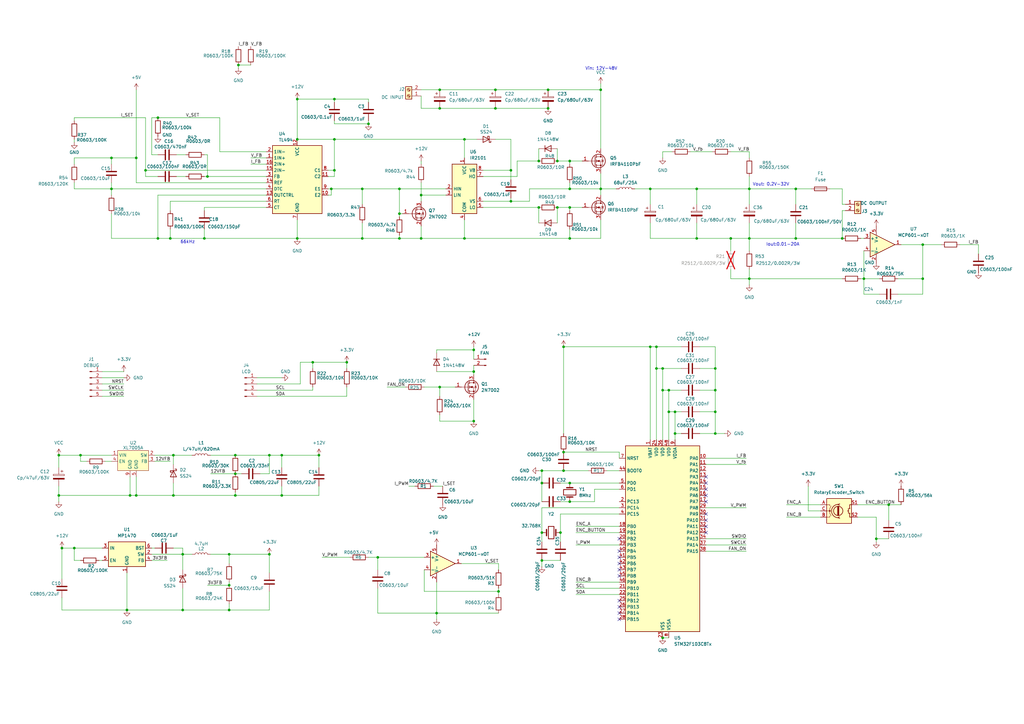
<source format=kicad_sch>
(kicad_sch (version 20250114) (generator "eeschema") (generator_version "9.0")
  (paper "A3")
  (text "Vout: 0.2V-32V" (at 316.23 75.692 0) (effects (font (size 1.27 1.27))))
  (text "66kHz\n" (at 76.962 99.314 0) (effects (font (size 1.27 1.27))))
  (text "Vin: 12V-48V" (at 246.634 28.194 0) (effects (font (size 1.27 1.27))))
  (text "Iout:0.01-20A" (at 321.056 100.33 0) (effects (font (size 1.27 1.27))))
  (junction (at 96.52 186.69))
  (junction (at 271.78 160.02))
  (junction (at 224.79 44.45))
  (junction (at 24.13 186.69))
  (junction (at 285.75 97.79))
  (junction (at 130.81 186.69))
  (junction (at 233.68 66.04))
  (junction (at 24.13 203.2))
  (junction (at 55.88 203.2))
  (junction (at 233.68 77.47))
  (junction (at 64.77 97.79))
  (junction (at 93.98 250.19))
  (junction (at 378.46 100.33))
  (junction (at 233.68 97.79))
  (junction (at 271.78 151.13))
  (junction (at 85.09 72.39))
  (junction (at 246.38 36.83))
  (junction (at 274.32 168.91))
  (junction (at 69.85 97.79))
  (junction (at 190.5 57.15))
  (junction (at 220.98 66.04))
  (junction (at 378.46 114.3))
  (junction (at 137.16 40.64))
  (junction (at 74.93 227.33))
  (junction (at 203.2 44.45))
  (junction (at 269.24 151.13))
  (junction (at 271.78 261.62))
  (junction (at 137.16 57.15))
  (junction (at 276.86 177.8))
  (junction (at 285.75 77.47))
  (junction (at 137.16 69.85))
  (junction (at 71.12 186.69))
  (junction (at 222.25 198.12))
  (junction (at 209.55 82.55))
  (junction (at 190.5 97.79))
  (junction (at 163.83 97.79))
  (junction (at 53.34 203.2))
  (junction (at 110.49 227.33))
  (junction (at 229.87 218.44))
  (junction (at 231.14 185.42))
  (junction (at 180.34 158.75))
  (junction (at 121.92 40.64))
  (junction (at 59.69 69.85))
  (junction (at 163.83 77.47))
  (junction (at 220.98 85.09))
  (junction (at 135.89 77.47))
  (junction (at 266.7 77.47))
  (junction (at 293.37 160.02))
  (junction (at 121.92 97.79))
  (junction (at 25.4 224.79))
  (junction (at 83.82 97.79))
  (junction (at 45.72 77.47))
  (junction (at 142.24 148.59))
  (junction (at 293.37 168.91))
  (junction (at 194.31 172.72))
  (junction (at 293.37 151.13))
  (junction (at 233.68 205.74))
  (junction (at 326.39 77.47))
  (junction (at 110.49 186.69))
  (junction (at 115.57 203.2))
  (junction (at 96.52 194.31))
  (junction (at 71.12 203.2))
  (junction (at 266.7 142.24))
  (junction (at 209.55 69.85))
  (junction (at 364.49 207.01))
  (junction (at 203.2 36.83))
  (junction (at 172.72 97.79))
  (junction (at 30.48 224.79))
  (junction (at 359.41 220.98))
  (junction (at 45.72 64.77))
  (junction (at 274.32 160.02))
  (junction (at 233.68 198.12))
  (junction (at 194.31 152.4))
  (junction (at 74.93 250.19))
  (junction (at 276.86 168.91))
  (junction (at 151.13 50.8))
  (junction (at 179.07 251.46))
  (junction (at 64.77 48.26))
  (junction (at 307.34 97.79))
  (junction (at 222.25 218.44))
  (junction (at 194.31 143.51))
  (junction (at 52.07 250.19))
  (junction (at 148.59 97.79))
  (junction (at 93.98 240.03))
  (junction (at 128.27 148.59))
  (junction (at 233.68 85.09))
  (junction (at 307.34 114.3))
  (junction (at 96.52 203.2))
  (junction (at 180.34 44.45))
  (junction (at 224.79 36.83))
  (junction (at 354.33 114.3))
  (junction (at 55.88 64.77))
  (junction (at 222.25 229.87))
  (junction (at 204.47 242.57))
  (junction (at 228.6 66.04))
  (junction (at 231.14 193.04))
  (junction (at 222.25 193.04))
  (junction (at 345.44 97.79))
  (junction (at 326.39 97.79))
  (junction (at 299.72 97.79))
  (junction (at 154.94 228.6))
  (junction (at 148.59 77.47))
  (junction (at 93.98 227.33))
  (junction (at 97.79 26.67))
  (junction (at 293.37 177.8))
  (junction (at 269.24 142.24))
  (junction (at 228.6 85.09))
  (junction (at 121.92 57.15))
  (junction (at 307.34 77.47))
  (junction (at 163.83 87.63))
  (junction (at 33.02 186.69))
  (junction (at 115.57 186.69))
  (junction (at 180.34 36.83))
  (junction (at 246.38 77.47))
  (junction (at 172.72 80.01))
  (junction (at 231.14 142.24))
  (no_connect (at 289.56 215.9))
  (no_connect (at 254 251.46))
  (no_connect (at 289.56 218.44))
  (no_connect (at 254 254))
  (no_connect (at 289.56 210.82))
  (no_connect (at 254 246.38))
  (no_connect (at 289.56 213.36))
  (no_connect (at 289.56 203.2))
  (no_connect (at 254 248.92))
  (no_connect (at 254 226.06))
  (no_connect (at 254 233.68))
  (no_connect (at 254 220.98))
  (no_connect (at 254 228.6))
  (no_connect (at 289.56 195.58))
  (no_connect (at 289.56 198.12))
  (no_connect (at 254 231.14))
  (no_connect (at 289.56 205.74))
  (no_connect (at 254 236.22))
  (no_connect (at 289.56 200.66))
  (wire (pts (xy 123.19 148.59) (xy 123.19 157.48)))
  (wire (pts (xy 209.55 57.15) (xy 209.55 69.85)))
  (wire (pts (xy 233.68 66.04) (xy 233.68 67.31)))
  (wire (pts (xy 189.23 231.14) (xy 204.47 231.14)))
  (wire (pts (xy 307.34 97.79) (xy 326.39 97.79)))
  (wire (pts (xy 41.91 157.48) (xy 50.8 157.48)))
  (wire (pts (xy 204.47 243.84) (xy 204.47 242.57)))
  (wire (pts (xy 134.62 72.39) (xy 137.16 72.39)))
  (wire (pts (xy 289.56 226.06) (xy 306.07 226.06)))
  (wire (pts (xy 45.72 97.79) (xy 64.77 97.79)))
  (wire (pts (xy 52.07 234.95) (xy 52.07 250.19)))
  (wire (pts (xy 74.93 233.68) (xy 74.93 227.33)))
  (wire (pts (xy 194.31 142.24) (xy 194.31 143.51)))
  (wire (pts (xy 135.89 77.47) (xy 135.89 80.01)))
  (wire (pts (xy 179.07 254) (xy 179.07 251.46)))
  (wire (pts (xy 228.6 85.09) (xy 233.68 85.09)))
  (wire (pts (xy 209.55 82.55) (xy 217.17 82.55)))
  (wire (pts (xy 287.02 177.8) (xy 293.37 177.8)))
  (wire (pts (xy 299.72 110.49) (xy 299.72 114.3)))
  (wire (pts (xy 204.47 242.57) (xy 204.47 241.3)))
  (wire (pts (xy 90.17 62.23) (xy 109.22 62.23)))
  (wire (pts (xy 45.72 64.77) (xy 55.88 64.77)))
  (wire (pts (xy 285.75 91.44) (xy 285.75 97.79)))
  (wire (pts (xy 163.83 77.47) (xy 163.83 87.63)))
  (wire (pts (xy 266.7 91.44) (xy 266.7 97.79)))
  (wire (pts (xy 96.52 186.69) (xy 110.49 186.69)))
  (wire (pts (xy 190.5 97.79) (xy 233.68 97.79)))
  (wire (pts (xy 172.72 80.01) (xy 172.72 82.55)))
  (wire (pts (xy 307.34 91.44) (xy 307.34 97.79)))
  (wire (pts (xy 283.21 62.23) (xy 292.1 62.23)))
  (wire (pts (xy 172.72 36.83) (xy 180.34 36.83)))
  (wire (pts (xy 35.56 189.23) (xy 33.02 189.23)))
  (wire (pts (xy 331.47 209.55) (xy 331.47 199.39)))
  (wire (pts (xy 220.98 85.09) (xy 220.98 91.44)))
  (wire (pts (xy 293.37 160.02) (xy 293.37 168.91)))
  (wire (pts (xy 246.38 77.47) (xy 246.38 80.01)))
  (wire (pts (xy 220.98 60.96) (xy 220.98 66.04)))
  (wire (pts (xy 64.77 97.79) (xy 69.85 97.79)))
  (wire (pts (xy 289.56 190.5) (xy 306.07 190.5)))
  (wire (pts (xy 74.93 224.79) (xy 74.93 227.33)))
  (wire (pts (xy 172.72 97.79) (xy 190.5 97.79)))
  (wire (pts (xy 246.38 34.29) (xy 246.38 36.83)))
  (wire (pts (xy 72.39 63.5) (xy 76.2 63.5)))
  (wire (pts (xy 204.47 242.57) (xy 173.99 242.57)))
  (wire (pts (xy 52.07 250.19) (xy 74.93 250.19)))
  (wire (pts (xy 137.16 57.15) (xy 137.16 69.85)))
  (wire (pts (xy 163.83 87.63) (xy 163.83 88.9)))
  (wire (pts (xy 212.09 66.04) (xy 212.09 72.39)))
  (wire (pts (xy 179.07 152.4) (xy 194.31 152.4)))
  (wire (pts (xy 154.94 228.6) (xy 173.99 228.6)))
  (wire (pts (xy 246.38 90.17) (xy 246.38 97.79)))
  (wire (pts (xy 246.38 36.83) (xy 246.38 60.96)))
  (wire (pts (xy 198.12 82.55) (xy 209.55 82.55)))
  (wire (pts (xy 236.22 215.9) (xy 254 215.9)))
  (wire (pts (xy 105.41 162.56) (xy 142.24 162.56)))
  (wire (pts (xy 148.59 77.47) (xy 163.83 77.47)))
  (wire (pts (xy 85.09 240.03) (xy 93.98 240.03)))
  (wire (pts (xy 96.52 201.93) (xy 96.52 203.2)))
  (wire (pts (xy 167.64 199.39) (xy 170.18 199.39)))
  (wire (pts (xy 24.13 199.39) (xy 24.13 203.2)))
  (wire (pts (xy 289.56 220.98) (xy 306.07 220.98)))
  (wire (pts (xy 354.33 114.3) (xy 354.33 120.65)))
  (wire (pts (xy 353.06 114.3) (xy 354.33 114.3)))
  (wire (pts (xy 45.72 64.77) (xy 45.72 67.31)))
  (wire (pts (xy 137.16 40.64) (xy 137.16 41.91)))
  (wire (pts (xy 203.2 44.45) (xy 224.79 44.45)))
  (wire (pts (xy 289.56 223.52) (xy 306.07 223.52)))
  (wire (pts (xy 248.92 193.04) (xy 254 193.04)))
  (wire (pts (xy 354.33 102.87) (xy 354.33 114.3)))
  (wire (pts (xy 62.23 48.26) (xy 64.77 48.26)))
  (wire (pts (xy 254 200.66) (xy 243.84 200.66)))
  (wire (pts (xy 74.93 227.33) (xy 78.74 227.33)))
  (wire (pts (xy 299.72 62.23) (xy 307.34 62.23)))
  (wire (pts (xy 307.34 116.84) (xy 307.34 114.3)))
  (wire (pts (xy 71.12 186.69) (xy 71.12 190.5)))
  (wire (pts (xy 222.25 218.44) (xy 222.25 222.25)))
  (wire (pts (xy 40.64 229.87) (xy 41.91 229.87)))
  (wire (pts (xy 287.02 142.24) (xy 293.37 142.24)))
  (wire (pts (xy 55.88 203.2) (xy 71.12 203.2)))
  (wire (pts (xy 83.82 85.09) (xy 109.22 85.09)))
  (wire (pts (xy 293.37 151.13) (xy 293.37 160.02)))
  (wire (pts (xy 326.39 77.47) (xy 332.74 77.47)))
  (wire (pts (xy 163.83 96.52) (xy 163.83 97.79)))
  (wire (pts (xy 378.46 114.3) (xy 378.46 100.33)))
  (wire (pts (xy 137.16 50.8) (xy 151.13 50.8)))
  (wire (pts (xy 364.49 207.01) (xy 369.57 207.01)))
  (wire (pts (xy 220.98 193.04) (xy 222.25 193.04)))
  (wire (pts (xy 233.68 97.79) (xy 246.38 97.79)))
  (wire (pts (xy 69.85 93.98) (xy 69.85 97.79)))
  (wire (pts (xy 236.22 223.52) (xy 254 223.52)))
  (wire (pts (xy 345.44 83.82) (xy 346.71 83.82)))
  (wire (pts (xy 148.59 83.82) (xy 148.59 77.47)))
  (wire (pts (xy 90.17 48.26) (xy 90.17 62.23)))
  (wire (pts (xy 369.57 100.33) (xy 378.46 100.33)))
  (wire (pts (xy 59.69 69.85) (xy 109.22 69.85)))
  (wire (pts (xy 123.19 157.48) (xy 105.41 157.48)))
  (wire (pts (xy 274.32 168.91) (xy 274.32 180.34)))
  (wire (pts (xy 209.55 82.55) (xy 209.55 81.28)))
  (wire (pts (xy 326.39 97.79) (xy 345.44 97.79)))
  (wire (pts (xy 33.02 189.23) (xy 33.02 186.69)))
  (wire (pts (xy 142.24 158.75) (xy 142.24 162.56)))
  (wire (pts (xy 137.16 72.39) (xy 137.16 69.85)))
  (wire (pts (xy 154.94 233.68) (xy 154.94 228.6)))
  (wire (pts (xy 293.37 142.24) (xy 293.37 151.13)))
  (wire (pts (xy 69.85 86.36) (xy 69.85 82.55)))
  (wire (pts (xy 401.32 104.14) (xy 401.32 100.33)))
  (wire (pts (xy 233.68 66.04) (xy 238.76 66.04)))
  (wire (pts (xy 345.44 86.36) (xy 345.44 97.79)))
  (wire (pts (xy 71.12 198.12) (xy 71.12 203.2)))
  (wire (pts (xy 151.13 50.8) (xy 151.13 49.53)))
  (wire (pts (xy 222.25 229.87) (xy 229.87 229.87)))
  (wire (pts (xy 289.56 187.96) (xy 306.07 187.96)))
  (wire (pts (xy 130.81 203.2) (xy 115.57 203.2)))
  (wire (pts (xy 142.24 148.59) (xy 142.24 151.13)))
  (wire (pts (xy 83.82 72.39) (xy 85.09 72.39)))
  (wire (pts (xy 359.41 220.98) (xy 364.49 220.98)))
  (wire (pts (xy 64.77 48.26) (xy 90.17 48.26)))
  (wire (pts (xy 345.44 77.47) (xy 345.44 83.82)))
  (wire (pts (xy 96.52 194.31) (xy 99.06 194.31)))
  (wire (pts (xy 345.44 86.36) (xy 346.71 86.36)))
  (wire (pts (xy 293.37 168.91) (xy 293.37 177.8)))
  (wire (pts (xy 203.2 57.15) (xy 209.55 57.15)))
  (wire (pts (xy 177.8 199.39) (xy 181.61 199.39)))
  (wire (pts (xy 190.5 97.79) (xy 190.5 90.17)))
  (wire (pts (xy 233.68 85.09) (xy 238.76 85.09)))
  (wire (pts (xy 254 210.82) (xy 229.87 210.82)))
  (wire (pts (xy 41.91 160.02) (xy 50.8 160.02)))
  (wire (pts (xy 180.34 158.75) (xy 180.34 162.56)))
  (wire (pts (xy 266.7 83.82) (xy 266.7 77.47)))
  (wire (pts (xy 180.34 172.72) (xy 194.31 172.72)))
  (wire (pts (xy 30.48 67.31) (xy 30.48 64.77)))
  (wire (pts (xy 64.77 80.01) (xy 64.77 97.79)))
  (wire (pts (xy 106.68 194.31) (xy 110.49 194.31)))
  (wire (pts (xy 222.25 208.28) (xy 222.25 218.44)))
  (wire (pts (xy 307.34 114.3) (xy 307.34 110.49)))
  (wire (pts (xy 260.35 77.47) (xy 266.7 77.47)))
  (wire (pts (xy 45.72 74.93) (xy 45.72 77.47)))
  (wire (pts (xy 269.24 142.24) (xy 269.24 151.13)))
  (wire (pts (xy 190.5 57.15) (xy 190.5 64.77)))
  (wire (pts (xy 30.48 49.53) (xy 30.48 48.26)))
  (wire (pts (xy 336.55 209.55) (xy 331.47 209.55)))
  (wire (pts (xy 30.48 64.77) (xy 45.72 64.77)))
  (wire (pts (xy 93.98 247.65) (xy 93.98 250.19)))
  (wire (pts (xy 359.41 212.09) (xy 351.79 212.09)))
  (wire (pts (xy 276.86 168.91) (xy 276.86 177.8)))
  (wire (pts (xy 271.78 261.62) (xy 274.32 261.62)))
  (wire (pts (xy 279.4 142.24) (xy 269.24 142.24)))
  (wire (pts (xy 172.72 44.45) (xy 180.34 44.45)))
  (wire (pts (xy 194.31 149.86) (xy 194.31 152.4)))
  (wire (pts (xy 233.68 77.47) (xy 246.38 77.47)))
  (wire (pts (xy 85.09 63.5) (xy 85.09 72.39)))
  (wire (pts (xy 233.68 198.12) (xy 254 198.12)))
  (wire (pts (xy 285.75 77.47) (xy 307.34 77.47)))
  (wire (pts (xy 71.12 224.79) (xy 74.93 224.79)))
  (wire (pts (xy 179.07 143.51) (xy 179.07 144.78)))
  (wire (pts (xy 233.68 93.98) (xy 233.68 97.79)))
  (wire (pts (xy 229.87 218.44) (xy 229.87 222.25)))
  (wire (pts (xy 224.79 36.83) (xy 246.38 36.83)))
  (wire (pts (xy 229.87 205.74) (xy 233.68 205.74)))
  (wire (pts (xy 41.91 162.56) (xy 50.8 162.56)))
  (wire (pts (xy 276.86 177.8) (xy 279.4 177.8)))
  (wire (pts (xy 276.86 180.34) (xy 276.86 177.8)))
  (wire (pts (xy 322.58 212.09) (xy 336.55 212.09)))
  (wire (pts (xy 236.22 218.44) (xy 254 218.44)))
  (wire (pts (xy 299.72 97.79) (xy 307.34 97.79)))
  (wire (pts (xy 172.72 39.37) (xy 172.72 44.45)))
  (wire (pts (xy 83.82 63.5) (xy 85.09 63.5)))
  (wire (pts (xy 137.16 50.8) (xy 137.16 49.53)))
  (wire (pts (xy 63.5 186.69) (xy 71.12 186.69)))
  (wire (pts (xy 274.32 160.02) (xy 279.4 160.02)))
  (wire (pts (xy 69.85 97.79) (xy 83.82 97.79)))
  (wire (pts (xy 105.41 160.02) (xy 128.27 160.02)))
  (wire (pts (xy 222.25 198.12) (xy 222.25 205.74)))
  (wire (pts (xy 93.98 231.14) (xy 93.98 227.33)))
  (wire (pts (xy 62.23 229.87) (xy 68.58 229.87)))
  (wire (pts (xy 135.89 77.47) (xy 148.59 77.47)))
  (wire (pts (xy 93.98 250.19) (xy 110.49 250.19)))
  (wire (pts (xy 180.34 36.83) (xy 203.2 36.83)))
  (wire (pts (xy 233.68 85.09) (xy 233.68 86.36)))
  (wire (pts (xy 287.02 160.02) (xy 293.37 160.02)))
  (wire (pts (xy 203.2 36.83) (xy 224.79 36.83)))
  (wire (pts (xy 45.72 77.47) (xy 109.22 77.47)))
  (wire (pts (xy 163.83 77.47) (xy 182.88 77.47)))
  (wire (pts (xy 128.27 148.59) (xy 128.27 151.13)))
  (wire (pts (xy 59.69 48.26) (xy 59.69 69.85)))
  (wire (pts (xy 163.83 87.63) (xy 165.1 87.63)))
  (wire (pts (xy 271.78 180.34) (xy 271.78 160.02)))
  (wire (pts (xy 30.48 48.26) (xy 59.69 48.26)))
  (wire (pts (xy 134.62 77.47) (xy 135.89 77.47)))
  (wire (pts (xy 93.98 227.33) (xy 110.49 227.33)))
  (wire (pts (xy 96.52 203.2) (xy 115.57 203.2)))
  (wire (pts (xy 378.46 114.3) (xy 378.46 120.65)))
  (wire (pts (xy 64.77 80.01) (xy 109.22 80.01)))
  (wire (pts (xy 287.02 168.91) (xy 293.37 168.91)))
  (wire (pts (xy 287.02 151.13) (xy 293.37 151.13)))
  (wire (pts (xy 110.49 227.33) (xy 110.49 234.95)))
  (wire (pts (xy 359.41 220.98) (xy 359.41 222.25)))
  (wire (pts (xy 97.79 26.67) (xy 102.87 26.67)))
  (wire (pts (xy 69.85 82.55) (xy 109.22 82.55)))
  (wire (pts (xy 148.59 91.44) (xy 148.59 97.79)))
  (wire (pts (xy 173.99 242.57) (xy 173.99 233.68)))
  (wire (pts (xy 148.59 97.79) (xy 163.83 97.79)))
  (wire (pts (xy 24.13 186.69) (xy 24.13 191.77)))
  (wire (pts (xy 212.09 66.04) (xy 220.98 66.04)))
  (wire (pts (xy 307.34 77.47) (xy 326.39 77.47)))
  (wire (pts (xy 194.31 163.83) (xy 194.31 172.72)))
  (wire (pts (xy 236.22 241.3) (xy 254 241.3)))
  (wire (pts (xy 154.94 241.3) (xy 154.94 251.46)))
  (wire (pts (xy 110.49 250.19) (xy 110.49 242.57)))
  (wire (pts (xy 71.12 203.2) (xy 96.52 203.2)))
  (wire (pts (xy 97.79 26.67) (xy 97.79 27.94)))
  (wire (pts (xy 229.87 198.12) (xy 233.68 198.12)))
  (wire (pts (xy 279.4 151.13) (xy 271.78 151.13)))
  (wire (pts (xy 134.62 80.01) (xy 135.89 80.01)))
  (wire (pts (xy 179.07 251.46) (xy 179.07 238.76)))
  (wire (pts (xy 24.13 186.69) (xy 33.02 186.69)))
  (wire (pts (xy 30.48 77.47) (xy 45.72 77.47)))
  (wire (pts (xy 130.81 199.39) (xy 130.81 203.2)))
  (wire (pts (xy 243.84 200.66) (xy 243.84 205.74)))
  (wire (pts (xy 276.86 168.91) (xy 274.32 168.91)))
  (wire (pts (xy 121.92 40.64) (xy 121.92 57.15)))
  (wire (pts (xy 322.58 207.01) (xy 336.55 207.01)))
  (wire (pts (xy 63.5 224.79) (xy 62.23 224.79)))
  (wire (pts (xy 172.72 80.01) (xy 182.88 80.01)))
  (wire (pts (xy 231.14 142.24) (xy 266.7 142.24)))
  (wire (pts (xy 30.48 224.79) (xy 41.91 224.79)))
  (wire (pts (xy 86.36 227.33) (xy 93.98 227.33)))
  (wire (pts (xy 368.3 120.65) (xy 378.46 120.65)))
  (wire (pts (xy 25.4 245.11) (xy 25.4 250.19)))
  (wire (pts (xy 266.7 97.79) (xy 285.75 97.79)))
  (wire (pts (xy 299.72 97.79) (xy 299.72 102.87)))
  (wire (pts (xy 231.14 142.24) (xy 231.14 177.8)))
  (wire (pts (xy 393.7 100.33) (xy 401.32 100.33)))
  (wire (pts (xy 115.57 186.69) (xy 115.57 191.77)))
  (wire (pts (xy 30.48 224.79) (xy 30.48 229.87)))
  (wire (pts (xy 172.72 67.31) (xy 172.72 66.04)))
  (wire (pts (xy 137.16 40.64) (xy 151.13 40.64)))
  (wire (pts (xy 368.3 114.3) (xy 378.46 114.3)))
  (wire (pts (xy 326.39 91.44) (xy 326.39 97.79)))
  (wire (pts (xy 59.69 69.85) (xy 59.69 72.39)))
  (wire (pts (xy 86.36 194.31) (xy 96.52 194.31)))
  (wire (pts (xy 45.72 87.63) (xy 45.72 97.79)))
  (wire (pts (xy 41.91 152.4) (xy 50.8 152.4)))
  (wire (pts (xy 198.12 69.85) (xy 209.55 69.85)))
  (wire (pts (xy 271.78 62.23) (xy 271.78 64.77)))
  (wire (pts (xy 83.82 97.79) (xy 121.92 97.79)))
  (wire (pts (xy 180.34 44.45) (xy 203.2 44.45)))
  (wire (pts (xy 228.6 85.09) (xy 228.6 91.44)))
  (wire (pts (xy 289.56 208.28) (xy 306.07 208.28)))
  (wire (pts (xy 246.38 71.12) (xy 246.38 77.47)))
  (wire (pts (xy 83.82 85.09) (xy 83.82 86.36)))
  (wire (pts (xy 151.13 40.64) (xy 151.13 41.91)))
  (wire (pts (xy 204.47 233.68) (xy 204.47 231.14)))
  (wire (pts (xy 64.77 63.5) (xy 62.23 63.5)))
  (wire (pts (xy 121.92 57.15) (xy 137.16 57.15)))
  (wire (pts (xy 271.78 62.23) (xy 275.59 62.23)))
  (wire (pts (xy 59.69 72.39) (xy 64.77 72.39)))
  (wire (pts (xy 217.17 77.47) (xy 217.17 82.55)))
  (wire (pts (xy 326.39 77.47) (xy 326.39 83.82)))
  (wire (pts (xy 269.24 151.13) (xy 269.24 180.34)))
  (wire (pts (xy 180.34 170.18) (xy 180.34 172.72)))
  (wire (pts (xy 85.09 72.39) (xy 109.22 72.39)))
  (wire (pts (xy 307.34 62.23) (xy 307.34 64.77)))
  (wire (pts (xy 274.32 160.02) (xy 274.32 168.91)))
  (wire (pts (xy 45.72 77.47) (xy 45.72 80.01)))
  (wire (pts (xy 279.4 168.91) (xy 276.86 168.91)))
  (wire (pts (xy 55.88 64.77) (xy 55.88 74.93)))
  (wire (pts (xy 132.08 228.6) (xy 143.51 228.6)))
  (wire (pts (xy 254 185.42) (xy 231.14 185.42)))
  (wire (pts (xy 254 185.42) (xy 254 187.96)))
  (wire (pts (xy 93.98 238.76) (xy 93.98 240.03)))
  (wire (pts (xy 209.55 69.85) (xy 209.55 73.66)))
  (wire (pts (xy 222.25 229.87) (xy 222.25 232.41)))
  (wire (pts (xy 24.13 203.2) (xy 53.34 203.2)))
  (wire (pts (xy 137.16 57.15) (xy 190.5 57.15)))
  (wire (pts (xy 53.34 195.58) (xy 53.34 203.2)))
  (wire (pts (xy 307.34 102.87) (xy 307.34 97.79)))
  (wire (pts (xy 69.85 189.23) (xy 63.5 189.23)))
  (wire (pts (xy 299.72 114.3) (xy 307.34 114.3)))
  (wire (pts (xy 62.23 63.5) (xy 62.23 48.26)))
  (wire (pts (xy 172.72 74.93) (xy 172.72 80.01)))
  (wire (pts (xy 360.68 120.65) (xy 354.33 120.65)))
  (wire (pts (xy 71.12 186.69) (xy 78.74 186.69)))
  (wire (pts (xy 236.22 238.76) (xy 254 238.76)))
  (wire (pts (xy 43.18 189.23) (xy 45.72 189.23)))
  (wire (pts (xy 229.87 210.82) (xy 229.87 218.44)))
  (wire (pts (xy 163.83 97.79) (xy 172.72 97.79)))
  (wire (pts (xy 154.94 251.46) (xy 179.07 251.46)))
  (wire (pts (xy 128.27 148.59) (xy 142.24 148.59)))
  (wire (pts (xy 74.93 250.19) (xy 93.98 250.19)))
  (wire (pts (xy 228.6 66.04) (xy 233.68 66.04)))
  (wire (pts (xy 24.13 205.74) (xy 24.13 203.2)))
  (wire (pts (xy 30.48 58.42) (xy 30.48 57.15)))
  (wire (pts (xy 25.4 250.19) (xy 52.07 250.19)))
  (wire (pts (xy 121.92 90.17) (xy 121.92 97.79)))
  (wire (pts (xy 158.75 158.75) (xy 166.37 158.75)))
  (wire (pts (xy 134.62 69.85) (xy 137.16 69.85)))
  (wire (pts (xy 378.46 100.33) (xy 386.08 100.33)))
  (wire (pts (xy 179.07 251.46) (xy 204.47 251.46)))
  (wire (pts (xy 271.78 151.13) (xy 271.78 160.02)))
  (wire (pts (xy 33.02 186.69) (xy 45.72 186.69)))
  (wire (pts (xy 25.4 224.79) (xy 25.4 237.49)))
  (wire (pts (xy 351.79 207.01) (xy 364.49 207.01)))
  (wire (pts (xy 151.13 228.6) (xy 154.94 228.6)))
  (wire (pts (xy 285.75 77.47) (xy 285.75 83.82)))
  (wire (pts (xy 130.81 186.69) (xy 115.57 186.69)))
  (wire (pts (xy 53.34 203.2) (xy 55.88 203.2)))
  (wire (pts (xy 74.93 241.3) (xy 74.93 250.19)))
  (wire (pts (xy 55.88 36.83) (xy 55.88 64.77)))
  (wire (pts (xy 172.72 92.71) (xy 172.72 97.79)))
  (wire (pts (xy 364.49 207.01) (xy 364.49 213.36)))
  (wire (pts (xy 307.34 114.3) (xy 345.44 114.3)))
  (wire (pts (xy 233.68 74.93) (xy 233.68 77.47)))
  (wire (pts (xy 359.41 212.09) (xy 359.41 220.98)))
  (wire (pts (xy 180.34 158.75) (xy 186.69 158.75)))
  (wire (pts (xy 307.34 77.47) (xy 307.34 83.82)))
  (wire (pts (xy 195.58 57.15) (xy 190.5 57.15)))
  (wire (pts (xy 173.99 158.75) (xy 180.34 158.75)))
  (wire (pts (xy 55.88 74.93) (xy 109.22 74.93)))
  (wire (pts (xy 231.14 193.04) (xy 241.3 193.04)))
  (wire (pts (xy 55.88 195.58) (xy 55.88 203.2)))
  (wire (pts (xy 266.7 77.47) (xy 285.75 77.47)))
  (wire (pts (xy 115.57 154.94) (xy 105.41 154.94)))
  (wire (pts (xy 212.09 72.39) (xy 198.12 72.39)))
  (wire (pts (xy 115.57 203.2) (xy 115.57 199.39)))
  (wire (pts (xy 83.82 93.98) (xy 83.82 97.79)))
  (wire (pts (xy 246.38 77.47) (xy 252.73 77.47)))
  (wire (pts (xy 121.92 97.79) (xy 148.59 97.79)))
  (wire (pts (xy 217.17 77.47) (xy 233.68 77.47)))
  (wire (pts (xy 293.37 177.8) (xy 297.18 177.8)))
  (wire (pts (xy 194.31 152.4) (xy 194.31 153.67)))
  (wire (pts (xy 30.48 229.87) (xy 33.02 229.87)))
  (wire (pts (xy 62.23 227.33) (xy 74.93 227.33)))
  (wire (pts (xy 198.12 85.09) (xy 220.98 85.09)))
  (wire (pts (xy 86.36 186.69) (xy 96.52 186.69)))
  (wire (pts (xy 41.91 154.94) (xy 50.8 154.94)))
  (wire (pts (xy 254 208.28) (xy 222.25 208.28)))
  (wire (pts (xy 222.25 193.04) (xy 222.25 198.12)))
  (wire (pts (xy 102.87 64.77) (xy 109.22 64.77)))
  (wire (pts (xy 72.39 72.39) (xy 76.2 72.39)))
  (wire (pts (xy 340.36 77.47) (xy 345.44 77.47)))
  (wire (pts (xy 110.49 194.31) (xy 110.49 186.69)))
  (wire (pts (xy 360.68 114.3) (xy 354.33 114.3)))
  (wire (pts (xy 128.27 148.59) (xy 123.19 148.59)))
  (wire (pts (xy 102.87 67.31) (xy 109.22 67.31)))
  (wire (pts (xy 25.4 224.79) (xy 30.48 224.79)))
  (wire (pts (xy 121.92 40.64) (xy 137.16 40.64)))
  (wire (pts (xy 228.6 60.96) (xy 228.6 66.04)))
  (wire (pts (xy 353.06 97.79) (xy 354.33 97.79)))
  (wire (pts (xy 269.24 142.24) (xy 266.7 142.24)))
  (wire (pts (xy 30.48 74.93) (xy 30.48 77.47)))
  (wire (pts (xy 130.81 186.69) (xy 130.81 191.77)))
  (wire (pts (xy 194.31 143.51) (xy 179.07 143.51)))
  (wire (pts (xy 236.22 243.84) (xy 254 243.84)))
  (wire (pts (xy 285.75 97.79) (xy 299.72 97.79)))
  (wire (pts (xy 222.25 193.04) (xy 231.14 193.04)))
  (wire (pts (xy 266.7 142.24) (xy 266.7 180.34)))
  (wire (pts (xy 307.34 72.39) (xy 307.34 77.47)))
  (wire (pts (xy 110.49 186.69) (xy 115.57 186.69)))
  (wire (pts (xy 128.27 160.02) (xy 128.27 158.75)))
  (wire (pts (xy 271.78 151.13) (xy 269.24 151.13)))
  (wire (pts (xy 243.84 205.74) (xy 233.68 205.74)))
  (wire (pts (xy 194.31 143.51) (xy 194.31 147.32)))
  (wire (pts (xy 271.78 160.02) (xy 274.32 160.02)))
  (label "SWDIO" (at 50.8 162.56 180))
  (label "V_PWM" (at 306.07 208.28 180))
  (label "V_FB" (at 102.87 19.05 0))
  (label "ENC_A" (at 236.22 215.9 0))
  (label "SWDIO" (at 306.07 220.98 180))
  (label "V_fb" (at 306.07 190.5 180))
  (label "12VFB" (at 69.85 189.23 180))
  (label "ENC_A" (at 322.58 207.01 0))
  (label "I_SET" (at 49.53 48.26 0))
  (label "I_FB" (at 401.32 100.33 180))
  (label "V_FB" (at 307.34 62.23 180))
  (label "SCL" (at 236.22 241.3 0))
  (label "3V3FB" (at 85.09 240.03 0))
  (label "3V3FB" (at 68.58 229.87 180))
  (label "12VFB" (at 86.36 194.31 0))
  (label "I_FB" (at 97.79 19.05 0))
  (label "FAN_ON" (at 158.75 158.75 0))
  (label "SWCLK" (at 306.07 223.52 180))
  (label "I_PWM" (at 167.64 199.39 180))
  (label "SCL" (at 116.84 160.02 180))
  (label "ENC_B" (at 322.58 212.09 0))
  (label "I_FB" (at 102.87 67.31 0))
  (label "V_SET" (at 204.47 231.14 180))
  (label "ENC_BUTTON" (at 236.22 218.44 0))
  (label "SDA" (at 116.84 162.56 180))
  (label "FAN_ON" (at 306.07 226.06 180))
  (label "I_PWM" (at 236.22 223.52 0))
  (label "SWCLK" (at 50.8 160.02 180))
  (label "I_SET" (at 181.61 199.39 0))
  (label "ENC_B" (at 236.22 238.76 0))
  (label "NRST" (at 50.8 157.48 180))
  (label "I_FB" (at 306.07 187.96 180))
  (label "SDA" (at 236.22 243.84 0))
  (label "V_SET" (at 76.2 48.26 0))
  (label "V_FB" (at 102.87 64.77 0))
  (label "NRST" (at 240.03 185.42 0))
  (label "V_fb" (at 288.29 62.23 180))
  (label "V_PWM" (at 132.08 228.6 0))
  (label "ENC_BUTTON" (at 367.03 207.01 180))
  (symbol (lib_id "Device:C_Polarized") (at 24.13 195.58 0) (mirror y) (unit 1)
    (property "Reference" "C12" (at 20.32 193.4209 0) (effects (justify left)))
    (property "Value" "Cp/47uF/63V" (at 20.32 195.9609 0) (effects (justify left)))
    (property "Footprint" "Capacitor_THT:CP_Radial_D8.0mm_P3.50mm" (effects (hide yes)))
    (property "Description" "Polarized capacitor" (effects (hide yes)))
  )
  (symbol (lib_id "power:GND") (at 271.78 64.77 0) (unit 1)
    (property "Reference" "#PWR028" (effects (hide yes)))
    (property "Value" "GND" (at 271.78 69.85 0))
    (property "Description" "Power symbol creates a global label with name \"GND\" , ground" (effects (hide yes)))
  )
  (symbol (lib_id "Device:R") (at 173.99 199.39 90) (mirror x) (unit 1)
    (property "Reference" "R1" (at 175.006 199.39 90) (effects (justify left)))
    (property "Value" "R0603/4.7K" (at 179.578 197.358 90) (effects (justify left)))
    (property "Footprint" "Resistor_SMD:R_0603_1608Metric" (effects (hide yes)))
    (property "Description" "Resistor" (effects (hide yes)))
  )
  (symbol (lib_id "Device:R") (at 39.37 189.23 90) (unit 1)
    (property "Reference" "R9" (at 40.64 191.77 90) (effects (justify left)))
    (property "Value" "R0603/100K" (at 44.958 193.548 90) (effects (justify left)))
    (property "Footprint" "Resistor_SMD:R_0603_1608Metric" (effects (hide yes)))
    (property "Description" "Resistor" (effects (hide yes)))
  )
  (symbol (lib_id "Device:C") (at 154.94 237.49 0) (unit 1)
    (property "Reference" "C8" (at 157.48 235.204 0) (effects (justify left)))
    (property "Value" "C0603/10uF" (at 155.448 240.03 0) (effects (justify left)))
    (property "Footprint" "Capacitor_SMD:C_0603_1608Metric" (effects (hide yes)))
    (property "Description" "Unpolarized capacitor" (effects (hide yes)))
  )
  (symbol (lib_id "power:GND") (at 181.61 207.01 0) (mirror y) (unit 1)
    (property "Reference" "#PWR06" (effects (hide yes)))
    (property "Value" "GND" (at 181.61 212.09 0))
    (property "Description" "Power symbol creates a global label with name \"GND\" , ground" (effects (hide yes)))
  )
  (symbol (lib_id "Device:C") (at 222.25 226.06 0) (unit 1)
    (property "Reference" "C34" (at 220.98 219.964 90) (effects (justify right)))
    (property "Value" "C0603/20pF" (at 220.472 230.124 90) (effects (justify right)))
    (property "Footprint" "Capacitor_SMD:C_0603_1608Metric" (effects (hide yes)))
    (property "Description" "Unpolarized capacitor" (effects (hide yes)))
  )
  (symbol (lib_id "power:GND") (at 121.92 97.79 0) (unit 1)
    (property "Reference" "#PWR025" (effects (hide yes)))
    (property "Value" "GND" (at 121.92 102.87 0))
    (property "Description" "Power symbol creates a global label with name \"GND\" , ground" (effects (hide yes)))
  )
  (symbol (lib_id "Device:R") (at 148.59 87.63 0) (mirror y) (unit 1)
    (property "Reference" "R47" (at 143.764 85.09 0) (effects (justify right)))
    (property "Value" "R0603/3.3k" (at 134.112 88.138 0) (effects (justify right)))
    (property "Footprint" "Resistor_SMD:R_0603_1608Metric" (effects (hide yes)))
    (property "Description" "Resistor" (effects (hide yes)))
  )
  (symbol (lib_id "power:GND") (at 115.57 154.94 90) (unit 1)
    (property "Reference" "#PWR014" (effects (hide yes)))
    (property "Value" "GND" (at 115.062 152.4 90) (effects (justify right)))
    (property "Description" "Power symbol creates a global label with name \"GND\" , ground" (effects (hide yes)))
  )
  (symbol (lib_id "power:+3.3V") (at 369.57 199.39 0) (mirror y) (unit 1)
    (property "Reference" "#PWR013" (effects (hide yes)))
    (property "Value" "+3.3V" (at 369.57 194.31 0))
    (property "Description" "Power symbol creates a global label with name \"+3.3V\"" (effects (hide yes)))
  )
  (symbol (lib_id "Device:C") (at 83.82 90.17 0) (mirror x) (unit 1)
    (property "Reference" "C18" (at 87.63 89.916 0))
    (property "Value" "C0603/150pF" (at 91.948 92.964 0))
    (property "Footprint" "Capacitor_SMD:C_0603_1608Metric" (effects (hide yes)))
    (property "Description" "Unpolarized capacitor" (effects (hide yes)))
  )
  (symbol (lib_id "Device:C") (at 283.21 168.91 90) (unit 1)
    (property "Reference" "C28" (at 284.988 163.576 90) (effects (justify left)))
    (property "Value" "C0603/100nF" (at 291.084 165.608 90) (effects (justify left)))
    (property "Footprint" "Capacitor_SMD:C_0603_1608Metric" (effects (hide yes)))
    (property "Description" "Unpolarized capacitor" (effects (hide yes)))
  )
  (symbol (lib_id "Device:R") (at 93.98 234.95 0) (unit 1)
    (property "Reference" "R7" (at 84.836 233.68 0) (effects (justify left)))
    (property "Value" "R0603/75K" (at 80.01 235.204 0) (effects (justify left)))
    (property "Footprint" "Resistor_SMD:R_0603_1608Metric" (effects (hide yes)))
    (property "Description" "Resistor" (effects (hide yes)))
  )
  (symbol (lib_id "power:GND") (at 64.77 55.88 0) (unit 1)
    (property "Reference" "#PWR023" (effects (hide yes)))
    (property "Value" "GND" (at 68.58 55.372 0))
    (property "Description" "Power symbol creates a global label with name \"GND\" , ground" (effects (hide yes)))
  )
  (symbol (lib_id "Device:C") (at 326.39 87.63 0) (unit 1)
    (property "Reference" "C21" (at 327.66 85.09 0) (effects (justify left)))
    (property "Value" "C0603/100nF/50V" (at 326.898 90.932 0) (effects (justify left)))
    (property "Footprint" "Capacitor_SMD:C_0603_1608Metric" (effects (hide yes)))
    (property "Description" "Unpolarized capacitor" (effects (hide yes)))
  )
  (symbol (lib_id "Device:R") (at 307.34 68.58 0) (mirror y) (unit 1)
    (property "Reference" "R55" (at 316.484 66.802 0) (effects (justify left)))
    (property "Value" "R0603/150K" (at 323.85 68.58 0) (effects (justify left)))
    (property "Footprint" "Resistor_SMD:R_0603_1608Metric" (effects (hide yes)))
    (property "Description" "Resistor" (effects (hide yes)))
  )
  (symbol (lib_id "Device:C") (at 67.31 224.79 270) (unit 1)
    (property "Reference" "C7" (at 65.786 221.742 90) (effects (justify left)))
    (property "Value" "C0603/1uF" (at 61.976 219.456 90) (effects (justify left)))
    (property "Footprint" "Capacitor_SMD:C_0603_1608Metric" (effects (hide yes)))
    (property "Description" "Unpolarized capacitor" (effects (hide yes)))
  )
  (symbol (lib_id "Device:C") (at 137.16 45.72 0) (unit 1)
    (property "Reference" "C4" (at 132.842 43.688 0) (effects (justify left)))
    (property "Value" "C0603/0.1uF" (at 123.444 48.006 0) (effects (justify left)))
    (property "Footprint" "Capacitor_SMD:C_0603_1608Metric" (effects (hide yes)))
    (property "Description" "Unpolarized capacitor" (effects (hide yes)))
  )
  (symbol (lib_id "Device:R") (at 64.77 52.07 0) (mirror x) (unit 1)
    (property "Reference" "R40" (at 70.612 50.546 0) (effects (justify right)))
    (property "Value" "R0603/100k" (at 78.74 52.324 0) (effects (justify right)))
    (property "Footprint" "Resistor_SMD:R_0603_1608Metric" (effects (hide yes)))
    (property "Description" "Resistor" (effects (hide yes)))
  )
  (symbol (lib_id "Device:C") (at 226.06 198.12 270) (unit 1)
    (property "Reference" "C32" (at 232.156 196.85 90) (effects (justify right)))
    (property "Value" "C0603/20pF" (at 221.996 196.342 90) (effects (justify right)))
    (property "Footprint" "Capacitor_SMD:C_0603_1608Metric" (effects (hide yes)))
    (property "Description" "Unpolarized capacitor" (effects (hide yes)))
  )
  (symbol (lib_id "power:GND") (at 194.31 172.72 0) (unit 1)
    (property "Reference" "#PWR038" (effects (hide yes)))
    (property "Value" "GND" (at 194.31 177.8 0))
    (property "Description" "Power symbol creates a global label with name \"GND\" , ground" (effects (hide yes)))
  )
  (symbol (lib_id "Device:R") (at 80.01 63.5 270) (mirror x) (unit 1)
    (property "Reference" "R42" (at 80.772 56.388 90) (effects (justify right)))
    (property "Value" "R0603/0R" (at 86.36 57.912 90) (effects (justify right)))
    (property "Footprint" "Resistor_SMD:R_0603_1608Metric" (effects (hide yes)))
    (property "Description" "Resistor" (effects (hide yes)))
  )
  (symbol (lib_id "Device:R") (at 30.48 71.12 0) (mirror x) (unit 1)
    (property "Reference" "R54" (at 27.94 72.898 0) (effects (justify right)))
    (property "Value" "R0603/120K" (at 28.194 75.438 0) (effects (justify right)))
    (property "Footprint" "Resistor_SMD:R_0603_1608Metric" (effects (hide yes)))
    (property "Description" "Resistor" (effects (hide yes)))
  )
  (symbol (lib_id "Device:R") (at 233.68 71.12 0) (mirror x) (unit 1)
    (property "Reference" "R50" (at 238.76 73.152 0) (effects (justify right)))
    (property "Value" "R0603/10k" (at 245.618 74.93 0) (effects (justify right)))
    (property "Footprint" "Resistor_SMD:R_0603_1608Metric" (effects (hide yes)))
    (property "Description" "Resistor" (effects (hide yes)))
  )
  (symbol (lib_id "Device:C") (at 115.57 195.58 0) (unit 1)
    (property "Reference" "C13" (at 111.252 193.548 0) (effects (justify left)))
    (property "Value" "C0805/22uF" (at 102.362 197.866 0) (effects (justify left)))
    (property "Footprint" "Capacitor_SMD:C_0805_2012Metric" (effects (hide yes)))
    (property "Description" "Unpolarized capacitor" (effects (hide yes)))
  )
  (symbol (lib_id "Device:C") (at 25.4 241.3 0) (unit 1)
    (property "Reference" "C10" (at 21.082 239.268 0) (effects (justify left)))
    (property "Value" "C0805/22uF" (at 12.192 243.586 0) (effects (justify left)))
    (property "Footprint" "Capacitor_SMD:C_0805_2012Metric" (effects (hide yes)))
    (property "Description" "Unpolarized capacitor" (effects (hide yes)))
  )
  (symbol (lib_id "Regulator_Controller:TL494") (at 121.92 74.93 0) (unit 1)
    (property "Reference" "U4" (at 114.3 54.864 0) (effects (justify left)))
    (property "Value" "TL494" (at 114.3 57.404 0) (effects (justify left)))
    (property "Footprint" "Package_SO:SOP-16_4.4x10.4mm_P1.27mm" (effects (hide yes)))
    (property "Datasheet" "http://www.ti.com/lit/ds/symlink/tl494.pdf" (effects (hide yes)))
    (property "Description" "Pulse-Width-Modulation Control Circuits, PDIP-16/SOIC-16/TSSOP-16" (effects (hide yes)))
  )
  (symbol (lib_id "Connector:Conn_01x02_Pin") (at 199.39 147.32 0) (mirror y) (unit 1)
    (property "Reference" "J5" (at 198.755 142.24 0))
    (property "Value" "FAN" (at 198.755 144.78 0))
    (property "Footprint" "Connector_JST:JST_XH_B2B-XH-A_1x02_P2.50mm_Vertical" (effects (hide yes)))
    (property "Description" "Generic connector, single row, 01x02, script generated" (effects (hide yes)))
  )
  (symbol (lib_id "power:VCC") (at 246.38 34.29 0) (unit 1)
    (property "Reference" "#PWR026" (effects (hide yes)))
    (property "Value" "VCC" (at 246.38 29.718 0))
    (property "Description" "Power symbol creates a global label with name \"VCC\"" (effects (hide yes)))
  )
  (symbol (lib_id "Device:R") (at 93.98 243.84 0) (unit 1)
    (property "Reference" "R8" (at 87.122 243.586 0) (effects (justify right)))
    (property "Value" "R0603/24K" (at 91.44 245.364 0) (effects (justify right)))
    (property "Footprint" "Resistor_SMD:R_0603_1608Metric" (effects (hide yes)))
    (property "Description" "Resistor" (effects (hide yes)))
  )
  (symbol (lib_id "power:+3.3V") (at 142.24 148.59 0) (unit 1)
    (property "Reference" "#PWR07" (effects (hide yes)))
    (property "Value" "+3.3V" (at 142.24 143.51 0))
    (property "Description" "Power symbol creates a global label with name \"+3.3V\"" (effects (hide yes)))
  )
  (symbol (lib_id "Diode:SS34") (at 74.93 237.49 270) (unit 1)
    (property "Reference" "D3" (at 72.136 237.744 90) (effects (justify right)))
    (property "Value" "SS24" (at 72.136 240.284 90) (effects (justify right)))
    (property "Footprint" "Diode_SMD:D_SMA" (effects (hide yes)))
    (property "Datasheet" "https://www.vishay.com/docs/88751/ss32.pdf" (effects (hide yes)))
    (property "Description" "40V 3A Schottky Diode, SMA" (effects (hide yes)))
  )
  (symbol (lib_id "power:GND") (at 30.48 58.42 0) (unit 1)
    (property "Reference" "#PWR021" (effects (hide yes)))
    (property "Value" "GND" (at 30.48 62.484 0))
    (property "Description" "Power symbol creates a global label with name \"GND\" , ground" (effects (hide yes)))
  )
  (symbol (lib_id "power:+12V") (at 130.81 186.69 0) (unit 1)
    (property "Reference" "#PWR017" (effects (hide yes)))
    (property "Value" "+12V" (at 130.81 181.61 0))
    (property "Description" "Power symbol creates a global label with name \"+12V\"" (effects (hide yes)))
  )
  (symbol (lib_id "Device:R") (at 163.83 92.71 0) (mirror x) (unit 1)
    (property "Reference" "R46" (at 162.052 94.488 0) (effects (justify right)))
    (property "Value" "R0603/4.7k" (at 162.56 92.202 0) (effects (justify right)))
    (property "Footprint" "Resistor_SMD:R_0603_1608Metric" (effects (hide yes)))
    (property "Description" "Resistor" (effects (hide yes)))
  )
  (symbol (lib_id "power:GND") (at 97.79 27.94 0) (unit 1)
    (property "Reference" "#PWR035" (effects (hide yes)))
    (property "Value" "GND" (at 97.79 33.02 0))
    (property "Description" "Power symbol creates a global label with name \"GND\" , ground" (effects (hide yes)))
  )
  (symbol (lib_id "Device:C_Polarized") (at 224.79 40.64 0) (unit 1)
    (property "Reference" "C23" (at 228.6 38.4809 0) (effects (justify left)))
    (property "Value" "Cp/680uF/63V" (at 228.6 41.0209 0) (effects (justify left)))
    (property "Footprint" "Capacitor_THT:CP_Radial_D13.0mm_P5.00mm" (effects (hide yes)))
    (property "Description" "Polarized capacitor" (effects (hide yes)))
  )
  (symbol (lib_id "power:GND") (at 151.13 50.8 0) (unit 1)
    (property "Reference" "#PWR03" (effects (hide yes)))
    (property "Value" "GND" (at 151.13 55.88 0))
    (property "Description" "Power symbol creates a global label with name \"GND\" , ground" (effects (hide yes)))
  )
  (symbol (lib_id "Device:R") (at 204.47 247.65 0) (mirror x) (unit 1)
    (property "Reference" "R4" (at 202.692 249.428 0) (effects (justify right)))
    (property "Value" "R0603/100K" (at 203.2 247.142 0) (effects (justify right)))
    (property "Footprint" "Resistor_SMD:R_0603_1608Metric" (effects (hide yes)))
    (property "Description" "Resistor" (effects (hide yes)))
  )
  (symbol (lib_id "power:+3.3V") (at 331.47 199.39 0) (mirror y) (unit 1)
    (property "Reference" "#PWR011" (effects (hide yes)))
    (property "Value" "+3.3V" (at 331.47 194.31 0))
    (property "Description" "Power symbol creates a global label with name \"+3.3V\"" (effects (hide yes)))
  )
  (symbol (lib_id "power:+12V") (at 25.4 224.79 0) (unit 1)
    (property "Reference" "#PWR033" (effects (hide yes)))
    (property "Value" "+12V" (at 25.4 219.71 0))
    (property "Description" "Power symbol creates a global label with name \"+12V\"" (effects (hide yes)))
  )
  (symbol (lib_id "Device:C") (at 68.58 63.5 270) (unit 1)
    (property "Reference" "C16" (at 67.31 57.912 90) (effects (justify left)))
    (property "Value" "C0603/470nF" (at 63.246 60.198 90) (effects (justify left)))
    (property "Footprint" "Capacitor_SMD:C_0603_1608Metric" (effects (hide yes)))
    (property "Description" "Unpolarized capacitor" (effects (hide yes)))
  )
  (symbol (lib_id "power:GND") (at 179.07 254 0) (unit 1)
    (property "Reference" "#PWR010" (effects (hide yes)))
    (property "Value" "GND" (at 179.07 259.08 0))
    (property "Description" "Power symbol creates a global label with name \"GND\" , ground" (effects (hide yes)))
  )
  (symbol (lib_id "Device:R") (at 36.83 229.87 270) (mirror x) (unit 1)
    (property "Reference" "R2" (at 36.068 232.156 90) (effects (justify left)))
    (property "Value" "R0603/100K" (at 31.75 233.934 90) (effects (justify left)))
    (property "Footprint" "Resistor_SMD:R_0603_1608Metric" (effects (hide yes)))
    (property "Description" "Resistor" (effects (hide yes)))
  )
  (symbol (lib_id "Device:L") (at 82.55 186.69 90) (unit 1)
    (property "Reference" "L1" (at 82.55 181.61 90))
    (property "Value" "L/47uH/620mA" (at 82.55 184.15 90))
    (property "Footprint" "Inductor_SMD:L_Abracon_ASPI-0425" (effects (hide yes)))
    (property "Description" "Inductor" (effects (hide yes)))
  )
  (symbol (lib_id "Device:R") (at 389.89 100.33 90) (mirror x) (unit 1)
    (property "Reference" "R15" (at 391.922 94.488 90) (effects (justify left)))
    (property "Value" "R0603/1K" (at 395.986 96.774 90) (effects (justify left)))
    (property "Footprint" "Resistor_SMD:R_0603_1608Metric" (effects (hide yes)))
    (property "Description" "Resistor" (effects (hide yes)))
  )
  (symbol (lib_id "power:GND") (at 297.18 177.8 90) (mirror x) (unit 1)
    (property "Reference" "#PWR034" (effects (hide yes)))
    (property "Value" "GND" (at 300.99 177.7999 90) (effects (justify right)))
    (property "Description" "Power symbol creates a global label with name \"GND\" , ground" (effects (hide yes)))
  )
  (symbol (lib_id "Device:R") (at 30.48 53.34 0) (mirror x) (unit 1)
    (property "Reference" "R37" (at 35.56 55.372 0) (effects (justify right)))
    (property "Value" "R0603/100K" (at 43.942 57.404 0) (effects (justify right)))
    (property "Footprint" "Resistor_SMD:R_0603_1608Metric" (effects (hide yes)))
    (property "Description" "Resistor" (effects (hide yes)))
  )
  (symbol (lib_id "Diode:SS34") (at 71.12 194.31 270) (unit 1)
    (property "Reference" "D2" (at 73.66 192.7224 90) (effects (justify left)))
    (property "Value" "SS24" (at 73.66 195.2624 90) (effects (justify left)))
    (property "Footprint" "Diode_SMD:D_SMA" (effects (hide yes)))
    (property "Datasheet" "https://www.vishay.com/docs/88751/ss32.pdf" (effects (hide yes)))
    (property "Description" "40V 3A Schottky Diode, SMA" (effects (hide yes)))
  )
  (symbol (lib_id "Device:C") (at 364.49 217.17 0) (unit 1)
    (property "Reference" "C5" (at 367.03 214.884 0) (effects (justify left)))
    (property "Value" "C0603/100nF" (at 364.998 219.71 0) (effects (justify left)))
    (property "Footprint" "Capacitor_SMD:C_0603_1608Metric" (effects (hide yes)))
    (property "Description" "Unpolarized capacitor" (effects (hide yes)))
  )
  (symbol (lib_id "Device:C") (at 102.87 194.31 90) (unit 1)
    (property "Reference" "C2" (at 104.648 188.976 90) (effects (justify left)))
    (property "Value" "C0603/33nF" (at 110.744 191.008 90) (effects (justify left)))
    (property "Footprint" "Capacitor_SMD:C_0603_1608Metric" (effects (hide yes)))
    (property "Description" "Unpolarized capacitor" (effects (hide yes)))
  )
  (symbol (lib_id "Connector:Conn_01x04_Pin") (at 100.33 157.48 0) (unit 1)
    (property "Reference" "J4" (at 100.965 149.86 0))
    (property "Value" "LCD" (at 100.965 152.4 0))
    (property "Footprint" "Connector_PinSocket_2.54mm:PinSocket_1x04_P2.54mm_Vertical" (effects (hide yes)))
    (property "Description" "Generic connector, single row, 01x04, script generated" (effects (hide yes)))
  )
  (symbol (lib_id "Device:R") (at 170.18 158.75 90) (mirror x) (unit 1)
    (property "Reference" "R25" (at 171.958 159.004 90) (effects (justify left)))
    (property "Value" "R0603/10K" (at 174.752 156.21 90) (effects (justify left)))
    (property "Footprint" "Resistor_SMD:R_0603_1608Metric" (effects (hide yes)))
    (property "Description" "Resistor" (effects (hide yes)))
  )
  (symbol (lib_id "Amplifier_Operational:MCP601-xOT") (at 181.61 231.14 0) (unit 1)
    (property "Reference" "U3" (at 194.31 224.7198 0))
    (property "Value" "MCP601-xOT" (at 194.31 227.2598 0))
    (property "Footprint" "Package_TO_SOT_SMD:SOT-23-5" (effects (hide yes)))
    (property "Datasheet" "http://ww1.microchip.com/downloads/en/DeviceDoc/21314g.pdf" (effects (hide yes)))
    (property "Description" "Single 2.7V to 6.0V Single Supply CMOS Op Amps, SOT-23-5" (effects (hide yes)))
  )
  (symbol (lib_id "Device:RotaryEncoder_Switch") (at 344.17 209.55 0) (unit 1)
    (property "Reference" "SW1" (at 344.17 199.39 0))
    (property "Value" "RotaryEncoder_Switch" (at 344.17 201.93 0))
    (property "Footprint" "Rotary_Encoder:RotaryEncoder_Alps_EC11E-Switch_Vertical_H20mm" (effects (hide yes)))
    (property "Description" "Rotary encoder, dual channel, incremental quadrate outputs, with switch" (effects (hide yes)))
  )
  (symbol (lib_id "MCU_ST_STM32F1:STM32F103C8Tx") (at 271.78 220.98 0) (unit 1)
    (property "Reference" "U5" (at 276.4633 261.62 0) (effects (justify left)))
    (property "Value" "STM32F103C8Tx" (at 276.4633 264.16 0) (effects (justify left)))
    (property "Footprint" "Package_QFP:LQFP-48_7x7mm_P0.5mm" (effects (hide yes)))
    (property "Datasheet" "https://www.st.com/resource/en/datasheet/stm32f103c8.pdf" (effects (hide yes)))
    (property "Description" "STMicroelectronics Arm Cortex-M3 MCU, 64KB flash, 20KB RAM, 72 MHz, 2.0-3.6V, 37 GPIO, LQFP48" (effects (hide yes)))
  )
  (symbol (lib_id "Device:C") (at 283.21 142.24 90) (unit 1)
    (property "Reference" "C26" (at 284.988 136.906 90) (effects (justify left)))
    (property "Value" "C0603/100nF" (at 291.084 138.938 90) (effects (justify left)))
    (property "Footprint" "Capacitor_SMD:C_0603_1608Metric" (effects (hide yes)))
    (property "Description" "Unpolarized capacitor" (effects (hide yes)))
  )
  (symbol (lib_id "Device:R") (at 349.25 114.3 90) (mirror x) (unit 1)
    (property "Reference" "R13" (at 351.282 108.458 90) (effects (justify left)))
    (property "Value" "R0603/1K" (at 355.346 110.744 90) (effects (justify left)))
    (property "Footprint" "Resistor_SMD:R_0603_1608Metric" (effects (hide yes)))
    (property "Description" "Resistor" (effects (hide yes)))
  )
  (symbol (lib_id "Device:C_Polarized") (at 307.34 87.63 0) (unit 1)
    (property "Reference" "C36" (at 308.864 85.09 0) (effects (justify left)))
    (property "Value" "Cp/680uF/63V" (at 309.118 90.678 0) (effects (justify left)))
    (property "Footprint" "Capacitor_THT:CP_Radial_D13.0mm_P5.00mm" (effects (hide yes)))
    (property "Description" "Polarized capacitor" (effects (hide yes)))
  )
  (symbol (lib_id "Device:R") (at 97.79 22.86 0) (unit 1)
    (property "Reference" "R18" (at 90.678 21.082 0) (effects (justify left)))
    (property "Value" "R0603/100K" (at 83.312 22.86 0) (effects (justify left)))
    (property "Footprint" "Resistor_SMD:R_0603_1608Metric" (effects (hide yes)))
    (property "Description" "Resistor" (effects (hide yes)))
  )
  (symbol (lib_id "Diode:1N4148") (at 224.79 91.44 0) (unit 1)
    (property "Reference" "D9" (at 224.79 94.234 0))
    (property "Value" "1N4148" (at 224.79 96.012 0))
    (property "Footprint" "Diode_SMD:D_SOD-123" (effects (hide yes)))
    (property "Datasheet" "https://assets.nexperia.com/documents/data-sheet/1N4148_1N4448.pdf" (effects (hide yes)))
    (property "Description" "100V 0.15A standard switching diode, DO-35" (effects (hide yes)))
    (property "Sim.Device" "D" (effects (hide yes)))
    (property "Sim.Pins" "1=K 2=A" (effects (hide yes)))
  )
  (symbol (lib_id "Device:R") (at 80.01 72.39 270) (mirror x) (unit 1)
    (property "Reference" "R43" (at 81.788 66.802 90) (effects (justify right)))
    (property "Value" "R0603/0R" (at 84.836 68.326 90) (effects (justify right)))
    (property "Footprint" "Resistor_SMD:R_0603_1608Metric" (effects (hide yes)))
    (property "Description" "Resistor" (effects (hide yes)))
  )
  (symbol (lib_id "Diode:1N4148") (at 179.07 148.59 270) (unit 1)
    (property "Reference" "D4" (at 181.61 147.3199 90) (effects (justify left)))
    (property "Value" "1N4148W" (at 181.61 149.8599 90) (effects (justify left)))
    (property "Footprint" "Diode_SMD:D_SOD-123" (effects (hide yes)))
    (property "Datasheet" "https://assets.nexperia.com/documents/data-sheet/1N4148_1N4448.pdf" (effects (hide yes)))
    (property "Description" "100V 0.15A standard switching diode, DO-35" (effects (hide yes)))
    (property "Sim.Device" "D" (effects (hide yes)))
    (property "Sim.Pins" "1=K 2=A" (effects (hide yes)))
  )
  (symbol (lib_id "Connector:Conn_01x05_Pin") (at 36.83 157.48 0) (unit 1)
    (property "Reference" "J1" (at 37.465 147.32 0))
    (property "Value" "DEBUG" (at 37.465 149.86 0))
    (property "Footprint" "Connector_JST:JST_XH_B5B-XH-AM_1x05_P2.50mm_Vertical" (effects (hide yes)))
    (property "Description" "Generic connector, single row, 01x05, script generated" (effects (hide yes)))
  )
  (symbol (lib_id "Device:R") (at 364.49 114.3 90) (mirror x) (unit 1)
    (property "Reference" "R14" (at 366.776 109.982 90) (effects (justify left)))
    (property "Value" "R0603/75K" (at 370.84 112.268 90) (effects (justify left)))
    (property "Footprint" "Resistor_SMD:R_0603_1608Metric" (effects (hide yes)))
    (property "Description" "Resistor" (effects (hide yes)))
  )
  (symbol (lib_id "Device:C") (at 401.32 107.95 0) (unit 1)
    (property "Reference" "C25" (at 403.86 105.664 0) (effects (justify left)))
    (property "Value" "C0603/100nF" (at 401.828 110.49 0) (effects (justify left)))
    (property "Footprint" "Capacitor_SMD:C_0603_1608Metric" (effects (hide yes)))
    (property "Description" "Unpolarized capacitor" (effects (hide yes)))
  )
  (symbol (lib_id "Device:C") (at 283.21 151.13 90) (unit 1)
    (property "Reference" "C31" (at 284.988 145.796 90) (effects (justify left)))
    (property "Value" "C0603/100nF" (at 291.084 147.828 90) (effects (justify left)))
    (property "Footprint" "Capacitor_SMD:C_0603_1608Metric" (effects (hide yes)))
    (property "Description" "Unpolarized capacitor" (effects (hide yes)))
  )
  (symbol (lib_id "power:+12V") (at 194.31 142.24 0) (mirror y) (unit 1)
    (property "Reference" "#PWR037" (effects (hide yes)))
    (property "Value" "+12V" (at 194.31 137.16 0))
    (property "Description" "Power symbol creates a global label with name \"+12V\"" (effects (hide yes)))
  )
  (symbol (lib_id "Device:R") (at 231.14 181.61 0) (mirror y) (unit 1)
    (property "Reference" "R16" (at 236.728 179.832 0) (effects (justify left)))
    (property "Value" "R0603/10K" (at 244.094 181.61 0) (effects (justify left)))
    (property "Footprint" "Resistor_SMD:R_0603_1608Metric" (effects (hide yes)))
    (property "Description" "Resistor" (effects (hide yes)))
  )
  (symbol (lib_id "power:GND") (at 271.78 261.62 0) (mirror y) (unit 1)
    (property "Reference" "#PWR031" (effects (hide yes)))
    (property "Value" "GND" (at 271.78 266.7 0))
    (property "Description" "Power symbol creates a global label with name \"GND\" , ground" (effects (hide yes)))
  )
  (symbol (lib_id "Device:R") (at 204.47 237.49 0) (mirror x) (unit 1)
    (property "Reference" "R3" (at 202.692 239.268 0) (effects (justify right)))
    (property "Value" "R0603/51K" (at 203.2 236.982 0) (effects (justify right)))
    (property "Footprint" "Resistor_SMD:R_0603_1608Metric" (effects (hide yes)))
    (property "Description" "Resistor" (effects (hide yes)))
  )
  (symbol (lib_id "Device:R") (at 96.52 198.12 0) (unit 1)
    (property "Reference" "R11" (at 90.678 197.612 0) (effects (justify right)))
    (property "Value" "R0603/3.3K" (at 94.996 199.39 0) (effects (justify right)))
    (property "Footprint" "Resistor_SMD:R_0603_1608Metric" (effects (hide yes)))
    (property "Description" "Resistor" (effects (hide yes)))
  )
  (symbol (lib_id "Device:C") (at 226.06 205.74 270) (unit 1)
    (property "Reference" "C33" (at 232.156 204.47 90) (effects (justify right)))
    (property "Value" "C0603/20pF" (at 221.742 207.01 90) (effects (justify right)))
    (property "Footprint" "Capacitor_SMD:C_0603_1608Metric" (effects (hide yes)))
    (property "Description" "Unpolarized capacitor" (effects (hide yes)))
  )
  (symbol (lib_id "Device:R") (at 102.87 22.86 0) (mirror y) (unit 1)
    (property "Reference" "R19" (at 109.982 21.082 0) (effects (justify left)))
    (property "Value" "R0603/100K" (at 117.348 22.86 0) (effects (justify left)))
    (property "Footprint" "Resistor_SMD:R_0603_1608Metric" (effects (hide yes)))
    (property "Description" "Resistor" (effects (hide yes)))
  )
  (symbol (lib_id "power:+3.3V") (at 110.49 227.33 0) (mirror y) (unit 1)
    (property "Reference" "#PWR018" (effects (hide yes)))
    (property "Value" "+3.3V" (at 110.49 222.25 0))
    (property "Description" "Power symbol creates a global label with name \"+3.3V\"" (effects (hide yes)))
  )
  (symbol (lib_id "Transistor_FET:IRF3205") (at 243.84 66.04 0) (unit 1)
    (property "Reference" "Q5" (at 250.19 64.7699 0) (effects (justify left)))
    (property "Value" "IRFB4110PbF" (at 250.19 67.3099 0) (effects (justify left)))
    (property "Footprint" "Package_TO_SOT_THT:TO-220-3_Vertical" (effects (hide yes)))
    (property "Datasheet" "http://www.irf.com/product-info/datasheets/data/irf3205.pdf" (effects (hide yes)))
    (property "Description" "110A Id, 55V Vds, Single N-Channel HEXFET Power MOSFET, 8mOhm Ron, TO-220AB" (effects (hide yes)))
  )
  (symbol (lib_id "Device:Crystal") (at 233.68 201.93 90) (unit 1)
    (property "Reference" "Y1" (at 237.49 200.6599 90) (effects (justify right)))
    (property "Value" "8Mhz" (at 237.49 203.1999 90) (effects (justify right)))
    (property "Footprint" "Crystal:Crystal_SMD_5032-2Pin_5.0x3.2mm" (effects (hide yes)))
    (property "Description" "Two pin crystal" (effects (hide yes)))
  )
  (symbol (lib_id "Device:C") (at 68.58 72.39 270) (unit 1)
    (property "Reference" "C17" (at 66.548 66.802 90) (effects (justify left)))
    (property "Value" "C0603/100nF" (at 60.198 68.326 90) (effects (justify left)))
    (property "Footprint" "Capacitor_SMD:C_0603_1608Metric" (effects (hide yes)))
    (property "Description" "Unpolarized capacitor" (effects (hide yes)))
  )
  (symbol (lib_id "Amplifier_Operational:MCP601-xOT") (at 361.95 100.33 0) (unit 1)
    (property "Reference" "U7" (at 374.65 93.9098 0))
    (property "Value" "MCP601-xOT" (at 374.65 96.4498 0))
    (property "Footprint" "Package_TO_SOT_SMD:SOT-23-5" (effects (hide yes)))
    (property "Datasheet" "http://ww1.microchip.com/downloads/en/DeviceDoc/21314g.pdf" (effects (hide yes)))
    (property "Description" "Single 2.7V to 6.0V Single Supply CMOS Op Amps, SOT-23-5" (effects (hide yes)))
  )
  (symbol (lib_id "power:GND") (at 222.25 232.41 0) (mirror y) (unit 1)
    (property "Reference" "#PWR036" (effects (hide yes)))
    (property "Value" "GND" (at 225.298 232.156 0))
    (property "Description" "Power symbol creates a global label with name \"GND\" , ground" (effects (hide yes)))
  )
  (symbol (lib_id "Device:C_Polarized") (at 180.34 40.64 0) (unit 1)
    (property "Reference" "C11" (at 184.15 38.4809 0) (effects (justify left)))
    (property "Value" "Cp/680uF/63V" (at 184.15 41.0209 0) (effects (justify left)))
    (property "Footprint" "Capacitor_THT:CP_Radial_D13.0mm_P5.00mm" (effects (hide yes)))
    (property "Description" "Polarized capacitor" (effects (hide yes)))
  )
  (symbol (lib_id "Device:C") (at 110.49 238.76 0) (mirror y) (unit 1)
    (property "Reference" "C9" (at 105.41 236.982 0) (effects (justify left)))
    (property "Value" "C0603/10uF" (at 108.204 241.3 0) (effects (justify left)))
    (property "Footprint" "Capacitor_SMD:C_0603_1608Metric" (effects (hide yes)))
    (property "Description" "Unpolarized capacitor" (effects (hide yes)))
  )
  (symbol (lib_id "Device:C_Polarized") (at 285.75 87.63 0) (unit 1)
    (property "Reference" "C20" (at 287.782 85.09 0) (effects (justify left)))
    (property "Value" "Cp/680uF/63V" (at 287.274 90.17 0) (effects (justify left)))
    (property "Footprint" "Capacitor_THT:CP_Radial_D13.0mm_P5.00mm" (effects (hide yes)))
    (property "Description" "Polarized capacitor" (effects (hide yes)))
  )
  (symbol (lib_id "power:+12V") (at 121.92 40.64 0) (unit 1)
    (property "Reference" "#PWR024" (effects (hide yes)))
    (property "Value" "+12V" (at 121.92 35.56 0))
    (property "Description" "Power symbol creates a global label with name \"+12V\"" (effects (hide yes)))
  )
  (symbol (lib_id "Device:C") (at 231.14 189.23 180) (unit 1)
    (property "Reference" "C30" (at 222.25 188.468 0) (effects (justify right)))
    (property "Value" "C0603/100nF" (at 216.154 186.436 0) (effects (justify right)))
    (property "Footprint" "Capacitor_SMD:C_0603_1608Metric" (effects (hide yes)))
    (property "Description" "Unpolarized capacitor" (effects (hide yes)))
  )
  (symbol (lib_id "Device:C") (at 283.21 160.02 90) (unit 1)
    (property "Reference" "C27" (at 284.988 154.686 90) (effects (justify left)))
    (property "Value" "C0603/100nF" (at 291.084 156.718 90) (effects (justify left)))
    (property "Footprint" "Capacitor_SMD:C_0603_1608Metric" (effects (hide yes)))
    (property "Description" "Unpolarized capacitor" (effects (hide yes)))
  )
  (symbol (lib_id "Device:R") (at 45.72 83.82 0) (mirror x) (unit 1)
    (property "Reference" "R38" (at 50.8 85.852 0) (effects (justify right)))
    (property "Value" "R0603/10k" (at 57.658 87.63 0) (effects (justify right)))
    (property "Footprint" "Resistor_SMD:R_0603_1608Metric" (effects (hide yes)))
    (property "Description" "Resistor" (effects (hide yes)))
  )
  (symbol (lib_id "Device:R") (at 307.34 106.68 0) (mirror x) (unit 1)
    (property "Reference" "R53" (at 309.626 105.156 0) (effects (justify left)))
    (property "Value" "R2512/0.002R/3W" (at 309.88 107.95 0) (effects (justify left)))
    (property "Footprint" "Resistor_SMD:R_2512_6332Metric" (effects (hide yes)))
    (property "Description" "Resistor" (effects (hide yes)))
  )
  (symbol (lib_id "Device:R") (at 224.79 66.04 90) (mirror x) (unit 1)
    (property "Reference" "R48" (at 223.52 64.008 90) (effects (justify right)))
    (property "Value" "R0603/10R" (at 220.218 68.58 90) (effects (justify right)))
    (property "Footprint" "Resistor_SMD:R_0603_1608Metric" (effects (hide yes)))
    (property "Description" "Resistor" (effects (hide yes)))
  )
  (symbol (lib_id "power:+12V") (at 172.72 66.04 0) (unit 1)
    (property "Reference" "#PWR04" (effects (hide yes)))
    (property "Value" "+12V" (at 172.72 60.96 0))
    (property "Description" "Power symbol creates a global label with name \"+12V\"" (effects (hide yes)))
  )
  (symbol (lib_id "power:GND") (at 224.79 44.45 0) (unit 1)
    (property "Reference" "#PWR027" (effects (hide yes)))
    (property "Value" "GND" (at 224.79 49.53 0))
    (property "Description" "Power symbol creates a global label with name \"GND\" , ground" (effects (hide yes)))
  )
  (symbol (lib_id "Transistor_FET:IRF3205") (at 243.84 85.09 0) (unit 1)
    (property "Reference" "Q6" (at 249.174 83.566 0) (effects (justify left)))
    (property "Value" "IRFB4110PbF" (at 249.174 86.106 0) (effects (justify left)))
    (property "Footprint" "Package_TO_SOT_THT:TO-220-3_Vertical" (effects (hide yes)))
    (property "Datasheet" "http://www.irf.com/product-info/datasheets/data/irf3205.pdf" (effects (hide yes)))
    (property "Description" "110A Id, 55V Vds, Single N-Channel HEXFET Power MOSFET, 8mOhm Ron, TO-220AB" (effects (hide yes)))
  )
  (symbol (lib_id "Device:C") (at 45.72 71.12 0) (unit 1)
    (property "Reference" "C15" (at 41.402 69.088 0) (effects (justify left)))
    (property "Value" "C0603/10uF" (at 33.02 73.152 0) (effects (justify left)))
    (property "Footprint" "Capacitor_SMD:C_0603_1608Metric" (effects (hide yes)))
    (property "Description" "Unpolarized capacitor" (effects (hide yes)))
  )
  (symbol (lib_id "Connector:Screw_Terminal_01x02") (at 351.79 83.82 0) (unit 1)
    (property "Reference" "J3" (at 354.584 86.614 0))
    (property "Value" "DC OUTPUT" (at 358.394 83.312 0))
    (property "Footprint" "TerminalBlock_Dinkle:TerminalBlock_Dinkle_DT-55-B01X-02_P10.00mm" (effects (hide yes)))
    (property "Description" "Generic screw terminal, single row, 01x02, script generated (kicad-library-utils/schlib/autogen/connector/)" (effects (hide yes)))
  )
  (symbol (lib_id "Connector:Screw_Terminal_01x02") (at 167.64 39.37 180) (unit 1)
    (property "Reference" "J2" (at 164.846 36.576 0))
    (property "Value" "DC INPUT" (at 161.036 39.878 0))
    (property "Footprint" "TerminalBlock_Dinkle:TerminalBlock_Dinkle_DT-55-B01X-02_P10.00mm" (effects (hide yes)))
    (property "Description" "Generic screw terminal, single row, 01x02, script generated (kicad-library-utils/schlib/autogen/connector/)" (effects (hide yes)))
  )
  (symbol (lib_id "Diode:SS34") (at 199.39 57.15 180) (unit 1)
    (property "Reference" "D1" (at 200.66 51.816 0) (effects (justify left)))
    (property "Value" "SS24" (at 201.93 54.102 0) (effects (justify left)))
    (property "Footprint" "Diode_SMD:D_SMA" (effects (hide yes)))
    (property "Datasheet" "https://www.vishay.com/docs/88751/ss32.pdf" (effects (hide yes)))
    (property "Description" "40V 3A Schottky Diode, SMA" (effects (hide yes)))
  )
  (symbol (lib_id "power:+5V") (at 55.88 36.83 0) (unit 1)
    (property "Reference" "#PWR022" (effects (hide yes)))
    (property "Value" "+5V" (at 55.88 31.75 0))
    (property "Description" "Power symbol creates a global label with name \"+5V\"" (effects (hide yes)))
  )
  (symbol (lib_id "power:+3.3V") (at 50.8 152.4 0) (unit 1)
    (property "Reference" "#PWR01" (effects (hide yes)))
    (property "Value" "+3.3V" (at 50.8 147.32 0))
    (property "Description" "Power symbol creates a global label with name \"+3.3V\"" (effects (hide yes)))
  )
  (symbol (lib_id "Diode:1N4148") (at 224.79 60.96 0) (unit 1)
    (property "Reference" "D8" (at 224.79 54.61 0))
    (property "Value" "1N4148W" (at 224.79 57.15 0))
    (property "Footprint" "Diode_SMD:D_SOD-123" (effects (hide yes)))
    (property "Datasheet" "https://assets.nexperia.com/documents/data-sheet/1N4148_1N4448.pdf" (effects (hide yes)))
    (property "Description" "100V 0.15A standard switching diode, DO-35" (effects (hide yes)))
    (property "Sim.Device" "D" (effects (hide yes)))
    (property "Sim.Pins" "1=K 2=A" (effects (hide yes)))
  )
  (symbol (lib_id "Device:R") (at 142.24 154.94 0) (mirror y) (unit 1)
    (property "Reference" "R23" (at 147.828 153.162 0) (effects (justify left)))
    (property "Value" "R0603/10K" (at 155.194 154.94 0) (effects (justify left)))
    (property "Footprint" "Resistor_SMD:R_0603_1608Metric" (effects (hide yes)))
    (property "Description" "Resistor" (effects (hide yes)))
  )
  (symbol (lib_id "Device:R") (at 233.68 90.17 0) (mirror x) (unit 1)
    (property "Reference" "R51" (at 238.76 92.202 0) (effects (justify right)))
    (property "Value" "R0603/10k" (at 245.364 93.98 0) (effects (justify right)))
    (property "Footprint" "Resistor_SMD:R_0603_1608Metric" (effects (hide yes)))
    (property "Description" "Resistor" (effects (hide yes)))
  )
  (symbol (lib_id "Device:C") (at 181.61 203.2 0) (unit 1)
    (property "Reference" "C6" (at 184.15 200.914 0) (effects (justify left)))
    (property "Value" "C0603/10uF" (at 182.118 205.74 0) (effects (justify left)))
    (property "Footprint" "Capacitor_SMD:C_0603_1608Metric" (effects (hide yes)))
    (property "Description" "Unpolarized capacitor" (effects (hide yes)))
  )
  (symbol (lib_id "power:+3.3V") (at 231.14 142.24 0) (mirror y) (unit 1)
    (property "Reference" "#PWR030" (effects (hide yes)))
    (property "Value" "+3.3V" (at 231.14 137.16 0))
    (property "Description" "Power symbol creates a global label with name \"+3.3V\"" (effects (hide yes)))
  )
  (symbol (lib_id "Device:R") (at 180.34 166.37 0) (mirror y) (unit 1)
    (property "Reference" "R24" (at 185.928 164.592 0) (effects (justify left)))
    (property "Value" "R0603/10K" (at 193.294 166.37 0) (effects (justify left)))
    (property "Footprint" "Resistor_SMD:R_0603_1608Metric" (effects (hide yes)))
    (property "Description" "Resistor" (effects (hide yes)))
  )
  (symbol (lib_id "power:GND") (at 359.41 222.25 0) (mirror y) (unit 1)
    (property "Reference" "#PWR012" (effects (hide yes)))
    (property "Value" "GND" (at 359.41 227.33 0))
    (property "Description" "Power symbol creates a global label with name \"GND\" , ground" (effects (hide yes)))
  )
  (symbol (lib_id "Regulator_Switching:MP1470") (at 52.07 227.33 0) (unit 1)
    (property "Reference" "U1" (at 52.07 217.17 0))
    (property "Value" "MP1470" (at 52.07 219.71 0))
    (property "Footprint" "Package_TO_SOT_SMD:TSOT-23-6" (effects (hide yes)))
    (property "Datasheet" "https://www.monolithicpower.com/pub/media/document/MP1470_r1.02.pdf" (effects (hide yes)))
    (property "Description" "High-Efficiency, 2A, 16V, 500kHz Synchronous, Step-Down Converter, TSOT-23-6" (effects (hide yes)))
  )
  (symbol (lib_id "Transistor_FET:2N7002") (at 170.18 87.63 0) (unit 1)
    (property "Reference" "Q7" (at 175.768 86.36 0) (effects (justify left)))
    (property "Value" "2N7002" (at 175.768 88.9 0) (effects (justify left)))
    (property "Footprint" "Package_TO_SOT_SMD:SOT-23" (effects (hide yes)))
    (property "Datasheet" "https://www.onsemi.com/pub/Collateral/NDS7002A-D.PDF" (effects (hide yes)))
    (property "Description" "0.115A Id, 60V Vds, N-Channel MOSFET, SOT-23" (effects (hide yes)))
  )
  (symbol (lib_id "power:GND") (at 401.32 111.76 0) (unit 1)
    (property "Reference" "#PWR020" (effects (hide yes)))
    (property "Value" "GND" (at 398.526 111.506 0))
    (property "Description" "Power symbol creates a global label with name \"GND\" , ground" (effects (hide yes)))
  )
  (symbol (lib_id "Device:Fuse") (at 336.55 77.47 90) (unit 1)
    (property "Reference" "F1" (at 336.55 71.12 90))
    (property "Value" "Fuse" (at 336.55 73.66 90))
    (property "Footprint" "Fuse:Fuse_Blade_Mini_directSolder" (effects (hide yes)))
    (property "Description" "Fuse" (effects (hide yes)))
  )
  (symbol (lib_id "power:GND") (at 52.07 250.19 0) (unit 1)
    (property "Reference" "#PWR015" (effects (hide yes)))
    (property "Value" "GND" (at 52.07 255.27 0))
    (property "Description" "Power symbol creates a global label with name \"GND\" , ground" (effects (hide yes)))
  )
  (symbol (lib_id "Driver_FET:IR2101") (at 190.5 77.47 0) (unit 1)
    (property "Reference" "U6" (at 192.6433 62.23 0) (effects (justify left)))
    (property "Value" "IR2101" (at 192.6433 64.77 0) (effects (justify left)))
    (property "Footprint" "Package_SO:SOIC-8_3.9x4.9mm_P1.27mm" (effects (hide yes)))
    (property "Datasheet" "https://www.infineon.com/dgdl/ir2101.pdf?fileId=5546d462533600a4015355c7a755166c" (effects (hide yes)))
    (property "Description" "High and Low Side Driver, 600V, 210/360mA, PDIP-8/SOIC-8" (effects (hide yes)))
  )
  (symbol (lib_id "power:GND") (at 50.8 154.94 90) (unit 1)
    (property "Reference" "#PWR02" (effects (hide yes)))
    (property "Value" "GND" (at 54.61 154.9399 90) (effects (justify right)))
    (property "Description" "Power symbol creates a global label with name \"GND\" , ground" (effects (hide yes)))
  )
  (symbol (lib_id "Device:R") (at 245.11 193.04 270) (mirror x) (unit 1)
    (property "Reference" "R17" (at 243.332 193.04 90) (effects (justify left)))
    (property "Value" "R0603/10K" (at 240.538 190.5 90) (effects (justify left)))
    (property "Footprint" "Resistor_SMD:R_0603_1608Metric" (effects (hide yes)))
    (property "Description" "Resistor" (effects (hide yes)))
  )
  (symbol (lib_id "power:VCC") (at 24.13 186.69 0) (unit 1)
    (property "Reference" "#PWR05" (effects (hide yes)))
    (property "Value" "VCC" (at 24.13 181.61 0))
    (property "Description" "Power symbol creates a global label with name \"VCC\"" (effects (hide yes)))
  )
  (symbol (lib_id "Device:R") (at 295.91 62.23 270) (mirror x) (unit 1)
    (property "Reference" "R20" (at 297.434 57.912 90) (effects (justify right)))
    (property "Value" "R0603/10k" (at 301.244 59.69 90) (effects (justify right)))
    (property "Footprint" "Resistor_SMD:R_0603_1608Metric" (effects (hide yes)))
    (property "Description" "Resistor" (effects (hide yes)))
  )
  (symbol (lib_id "Device:C_Polarized") (at 203.2 40.64 0) (unit 1)
    (property "Reference" "C22" (at 207.01 38.4809 0) (effects (justify left)))
    (property "Value" "Cp/680uF/63V" (at 207.01 41.0209 0) (effects (justify left)))
    (property "Footprint" "Capacitor_THT:CP_Radial_D13.0mm_P5.00mm" (effects (hide yes)))
    (property "Description" "Polarized capacitor" (effects (hide yes)))
  )
  (symbol (lib_id "Device:R") (at 299.72 106.68 0) (mirror x) (unit 1) (on_board no) (dnp yes)
    (property "Reference" "R21" (at 297.434 105.156 0) (effects (justify right)))
    (property "Value" "R2512/0.002R/3W" (at 297.688 107.95 0) (effects (justify right)))
    (property "Footprint" "Resistor_SMD:R_2512_6332Metric" (effects (hide yes)))
    (property "Description" "Resistor" (effects (hide yes)))
  )
  (symbol (lib_id "Device:R") (at 369.57 203.2 0) (mirror y) (unit 1)
    (property "Reference" "R5" (at 375.158 201.422 0) (effects (justify left)))
    (property "Value" "R0603/56k" (at 382.524 203.2 0) (effects (justify left)))
    (property "Footprint" "Resistor_SMD:R_0603_1608Metric" (effects (hide yes)))
    (property "Description" "Resistor" (effects (hide yes)))
  )
  (symbol (lib_id "Device:R") (at 96.52 190.5 0) (unit 1)
    (property "Reference" "R10" (at 85.852 189.484 0) (effects (justify left)))
    (property "Value" "R0603/30K" (at 82.804 191.008 0) (effects (justify left)))
    (property "Footprint" "Resistor_SMD:R_0603_1608Metric" (effects (hide yes)))
    (property "Description" "Resistor" (effects (hide yes)))
  )
  (symbol (lib_id "Device:C") (at 130.81 195.58 0) (unit 1)
    (property "Reference" "C14" (at 126.492 193.548 0) (effects (justify left)))
    (property "Value" "C0805/22uF" (at 117.602 197.866 0) (effects (justify left)))
    (property "Footprint" "Capacitor_SMD:C_0805_2012Metric" (effects (hide yes)))
    (property "Description" "Unpolarized capacitor" (effects (hide yes)))
  )
  (symbol (lib_id "Device:C") (at 364.49 120.65 270) (mirror x) (unit 1)
    (property "Reference" "C24" (at 354.33 118.618 90) (effects (justify left)))
    (property "Value" "C0603/1nF" (at 359.156 123.952 90) (effects (justify left)))
    (property "Footprint" "Capacitor_SMD:C_0603_1608Metric" (effects (hide yes)))
    (property "Description" "Unpolarized capacitor" (effects (hide yes)))
  )
  (symbol (lib_id "Device:L") (at 82.55 227.33 90) (unit 1)
    (property "Reference" "L2" (at 82.55 225.044 90))
    (property "Value" "4.7uH" (at 82.55 223.012 90))
    (property "Footprint" "Inductor_SMD:L_APV_APH0412" (effects (hide yes)))
    (property "Description" "Inductor" (effects (hide yes)))
  )
  (symbol (lib_id "power:GND") (at 359.41 107.95 0) (unit 1)
    (property "Reference" "#PWR019" (effects (hide yes)))
    (property "Value" "GND" (at 356.616 107.696 0))
    (property "Description" "Power symbol creates a global label with name \"GND\" , ground" (effects (hide yes)))
  )
  (symbol (lib_id "power:+3.3V") (at 359.41 92.71 0) (mirror y) (unit 1)
    (property "Reference" "#PWR08" (effects (hide yes)))
    (property "Value" "+3.3V" (at 359.41 87.63 0))
    (property "Description" "Power symbol creates a global label with name \"+3.3V\"" (effects (hide yes)))
  )
  (symbol (lib_id "power:GND") (at 307.34 116.84 0) (unit 1)
    (property "Reference" "#PWR029" (effects (hide yes)))
    (property "Value" "GND" (at 307.34 121.92 0))
    (property "Description" "Power symbol creates a global label with name \"GND\" , ground" (effects (hide yes)))
  )
  (symbol (lib_id "Device:R") (at 69.85 90.17 0) (mirror y) (unit 1)
    (property "Reference" "R41" (at 71.374 89.916 0) (effects (justify right)))
    (property "Value" "R0603/100K" (at 71.374 92.964 0) (effects (justify right)))
    (property "Footprint" "Resistor_SMD:R_0603_1608Metric" (effects (hide yes)))
    (property "Description" "Resistor" (effects (hide yes)))
  )
  (symbol (lib_id "Device:C_Polarized") (at 266.7 87.63 0) (unit 1)
    (property "Reference" "C1" (at 269.748 84.836 0) (effects (justify left)))
    (property "Value" "Cp/680uF/63V" (at 268.732 90.17 0) (effects (justify left)))
    (property "Footprint" "Capacitor_THT:CP_Radial_D13.0mm_P5.00mm" (effects (hide yes)))
    (property "Description" "Polarized capacitor" (effects (hide yes)))
  )
  (symbol (lib_id "Device:R") (at 349.25 97.79 90) (mirror x) (unit 1)
    (property "Reference" "R12" (at 351.282 91.948 90) (effects (justify left)))
    (property "Value" "R0603/1K" (at 355.346 94.234 90) (effects (justify left)))
    (property "Footprint" "Resistor_SMD:R_0603_1608Metric" (effects (hide yes)))
    (property "Description" "Resistor" (effects (hide yes)))
  )
  (symbol (lib_id "Device:C") (at 229.87 226.06 0) (unit 1)
    (property "Reference" "C35" (at 228.6 219.964 90) (effects (justify right)))
    (property "Value" "C0603/20pF" (at 231.14 230.378 90) (effects (justify right)))
    (property "Footprint" "Capacitor_SMD:C_0603_1608Metric" (effects (hide yes)))
    (property "Description" "Unpolarized capacitor" (effects (hide yes)))
  )
  (symbol (lib_id "Device:L") (at 256.54 77.47 90) (unit 1)
    (property "Reference" "L3" (at 256.54 72.39 90))
    (property "Value" "68uF/25A" (at 256.54 74.93 90))
    (property "Footprint" "Programmable_Buck:Inductor_36x23x15MM" (effects (hide yes)))
    (property "Description" "Inductor" (effects (hide yes)))
  )
  (symbol (lib_id "Minh_Symbol:XL7005A") (at 54.61 193.04 0) (unit 1)
    (property "Reference" "U2" (at 54.61 181.61 0))
    (property "Value" "XL7005A" (at 54.61 183.642 0))
    (property "Footprint" "Package_SO:SOIC-8-1EP_3.9x4.9mm_P1.27mm_EP2.29x3mm" (effects (hide yes)))
  )
  (symbol (lib_id "Device:R") (at 279.4 62.23 270) (mirror x) (unit 1)
    (property "Reference" "R52" (at 280.924 57.912 90) (effects (justify right)))
    (property "Value" "R0603/10k" (at 284.734 59.69 90) (effects (justify right)))
    (property "Footprint" "Resistor_SMD:R_0603_1608Metric" (effects (hide yes)))
    (property "Description" "Resistor" (effects (hide yes)))
  )
  (symbol (lib_id "power:+5V") (at 179.07 223.52 0) (unit 1)
    (property "Reference" "#PWR09" (effects (hide yes)))
    (property "Value" "+5V" (at 177.8 218.44 0))
    (property "Description" "Power symbol creates a global label with name \"+5V\"" (effects (hide yes)))
  )
  (symbol (lib_id "Device:R") (at 172.72 71.12 0) (mirror x) (unit 1)
    (property "Reference" "R44" (at 170.434 72.644 0) (effects (justify right)))
    (property "Value" "R0603/4.7k" (at 169.418 70.104 0) (effects (justify right)))
    (property "Footprint" "Resistor_SMD:R_0603_1608Metric" (effects (hide yes)))
    (property "Description" "Resistor" (effects (hide yes)))
  )
  (symbol (lib_id "Device:R") (at 128.27 154.94 0) (mirror y) (unit 1)
    (property "Reference" "R22" (at 133.858 153.162 0) (effects (justify left)))
    (property "Value" "R0603/10K" (at 141.224 154.94 0) (effects (justify left)))
    (property "Footprint" "Resistor_SMD:R_0603_1608Metric" (effects (hide yes)))
    (property "Description" "Resistor" (effects (hide yes)))
  )
  (symbol (lib_id "Device:R") (at 224.79 85.09 90) (mirror x) (unit 1)
    (property "Reference" "R49" (at 223.52 83.058 90) (effects (justify right)))
    (property "Value" "R0603/10R" (at 220.726 80.772 90) (effects (justify right)))
    (property "Footprint" "Resistor_SMD:R_0603_1608Metric" (effects (hide yes)))
    (property "Description" "Resistor" (effects (hide yes)))
  )
  (symbol (lib_id "power:GND") (at 24.13 205.74 0) (unit 1)
    (property "Reference" "#PWR016" (effects (hide yes)))
    (property "Value" "GND" (at 24.13 210.82 0))
    (property "Description" "Power symbol creates a global label with name \"GND\" , ground" (effects (hide yes)))
  )
  (symbol (lib_id "Device:C") (at 283.21 177.8 90) (unit 1)
    (property "Reference" "C29" (at 284.988 172.466 90) (effects (justify left)))
    (property "Value" "C0603/100nF" (at 291.084 174.498 90) (effects (justify left)))
    (property "Footprint" "Capacitor_SMD:C_0603_1608Metric" (effects (hide yes)))
    (property "Description" "Unpolarized capacitor" (effects (hide yes)))
  )
  (symbol (lib_id "Device:R") (at 147.32 228.6 90) (mirror x) (unit 1)
    (property "Reference" "R6" (at 148.336 228.6 90) (effects (justify left)))
    (property "Value" "R0603/4.7K" (at 152.908 226.568 90) (effects (justify left)))
    (property "Footprint" "Resistor_SMD:R_0603_1608Metric" (effects (hide yes)))
    (property "Description" "Resistor" (effects (hide yes)))
  )
  (symbol (lib_id "Transistor_FET:2N7002") (at 191.77 158.75 0) (unit 1)
    (property "Reference" "Q1" (at 197.358 157.48 0) (effects (justify left)))
    (property "Value" "2N7002" (at 197.358 160.02 0) (effects (justify left)))
    (property "Footprint" "Package_TO_SOT_SMD:SOT-23" (effects (hide yes)))
    (property "Datasheet" "https://www.onsemi.com/pub/Collateral/NDS7002A-D.PDF" (effects (hide yes)))
    (property "Description" "0.115A Id, 60V Vds, N-Channel MOSFET, SOT-23" (effects (hide yes)))
  )
  (symbol (lib_id "Device:C") (at 151.13 45.72 0) (unit 1)
    (property "Reference" "C3" (at 146.812 43.688 0) (effects (justify left)))
    (property "Value" "C0603/1uF" (at 138.684 48.768 0) (effects (justify left)))
    (property "Footprint" "Capacitor_SMD:C_0603_1608Metric" (effects (hide yes)))
    (property "Description" "Unpolarized capacitor" (effects (hide yes)))
  )
  (symbol (lib_id "power:GND") (at 220.98 193.04 270) (mirror x) (unit 1)
    (property "Reference" "#PWR032" (effects (hide yes)))
    (property "Value" "GND" (at 217.17 193.0399 90) (effects (justify right)))
    (property "Description" "Power symbol creates a global label with name \"GND\" , ground" (effects (hide yes)))
  )
  (symbol (lib_id "Device:Crystal") (at 226.06 218.44 180) (unit 1)
    (property "Reference" "Y2" (at 226.06 210.82 0))
    (property "Value" "32.768K" (at 217.932 215.646 0))
    (property "Footprint" "Crystal:Crystal_SMD_3215-2Pin_3.2x1.5mm" (effects (hide yes)))
    (property "Description" "Two pin crystal" (effects (hide yes)))
  )
  (symbol (lib_id "Device:C") (at 209.55 77.47 0) (unit 1)
    (property "Reference" "C19" (at 205.232 75.438 0) (effects (justify left)))
    (property "Value" "C0603/1uF" (at 198.374 79.756 0) (effects (justify left)))
    (property "Footprint" "Capacitor_SMD:C_0603_1608Metric" (effects (hide yes)))
    (property "Description" "Unpolarized capacitor" (effects (hide yes)))
  )
)
</source>
